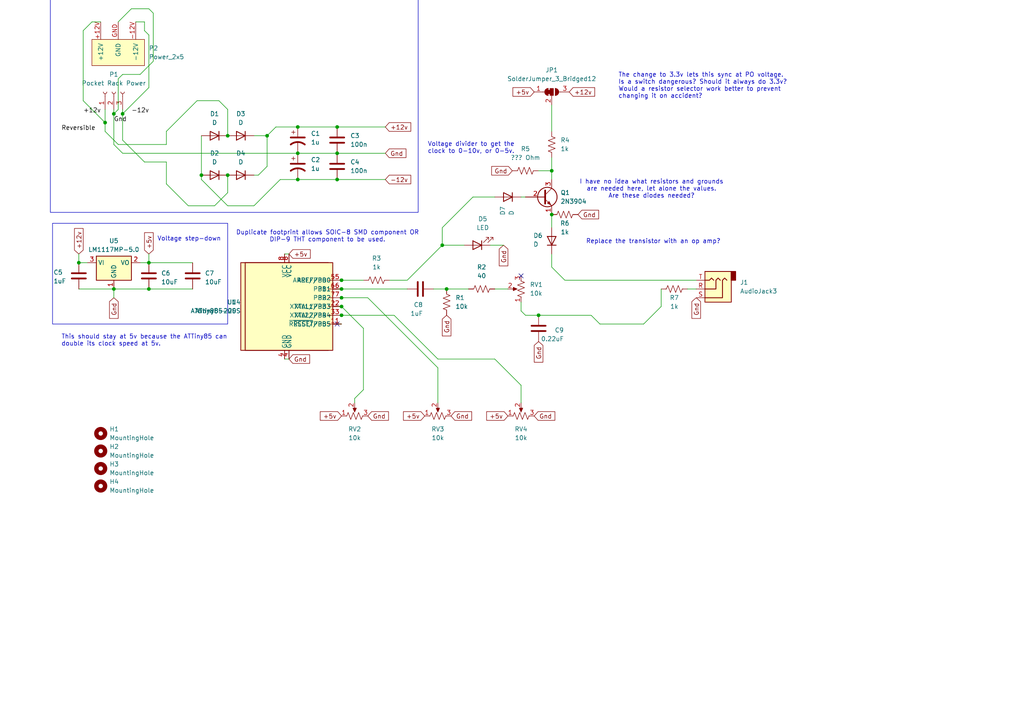
<source format=kicad_sch>
(kicad_sch
	(version 20231120)
	(generator "eeschema")
	(generator_version "8.0")
	(uuid "9d2aa46a-0f4d-4848-8933-7bdea36b7252")
	(paper "A4")
	(lib_symbols
		(symbol "CATs_Eurorack_Synth:Power_2x5"
			(pin_names
				(offset 1.016)
			)
			(exclude_from_sim no)
			(in_bom yes)
			(on_board yes)
			(property "Reference" "J"
				(at 0 10.16 0)
				(effects
					(font
						(size 1.27 1.27)
					)
				)
			)
			(property "Value" "Power_2x5"
				(at 0 8.89 0)
				(effects
					(font
						(size 1.27 1.27)
					)
				)
			)
			(property "Footprint" "Eurorack Synth:Power_2x5_Vertical"
				(at 1.27 0 0)
				(effects
					(font
						(size 1.27 1.27)
					)
					(hide yes)
				)
			)
			(property "Datasheet" ""
				(at 1.27 0 0)
				(effects
					(font
						(size 1.27 1.27)
					)
					(hide yes)
				)
			)
			(property "Description" ""
				(at 0 0 0)
				(effects
					(font
						(size 1.27 1.27)
					)
					(hide yes)
				)
			)
			(symbol "Power_2x5_0_1"
				(rectangle
					(start 3.81 7.62)
					(end -3.81 -7.62)
					(stroke
						(width 0)
						(type solid)
					)
					(fill
						(type background)
					)
				)
			)
			(symbol "Power_2x5_1_1"
				(pin power_out line
					(at 8.89 5.08 180)
					(length 5.08)
					(name "+12V"
						(effects
							(font
								(size 1.27 1.27)
							)
						)
					)
					(number "+12V"
						(effects
							(font
								(size 1.27 1.27)
							)
						)
					)
				)
				(pin power_out line
					(at 8.89 -5.08 180)
					(length 5.08)
					(name "-12V"
						(effects
							(font
								(size 1.27 1.27)
							)
						)
					)
					(number "-12V"
						(effects
							(font
								(size 1.27 1.27)
							)
						)
					)
				)
				(pin power_out line
					(at 8.89 0 180)
					(length 5.08)
					(name "GND"
						(effects
							(font
								(size 1.27 1.27)
							)
						)
					)
					(number "GND"
						(effects
							(font
								(size 1.27 1.27)
							)
						)
					)
				)
			)
		)
		(symbol "Connector:Conn_01x03_Socket"
			(pin_names
				(offset 1.016) hide)
			(exclude_from_sim no)
			(in_bom yes)
			(on_board yes)
			(property "Reference" "J"
				(at 0 5.08 0)
				(effects
					(font
						(size 1.27 1.27)
					)
				)
			)
			(property "Value" "Conn_01x03_Socket"
				(at 0 -5.08 0)
				(effects
					(font
						(size 1.27 1.27)
					)
				)
			)
			(property "Footprint" ""
				(at 0 0 0)
				(effects
					(font
						(size 1.27 1.27)
					)
					(hide yes)
				)
			)
			(property "Datasheet" "~"
				(at 0 0 0)
				(effects
					(font
						(size 1.27 1.27)
					)
					(hide yes)
				)
			)
			(property "Description" "Generic connector, single row, 01x03, script generated"
				(at 0 0 0)
				(effects
					(font
						(size 1.27 1.27)
					)
					(hide yes)
				)
			)
			(property "ki_locked" ""
				(at 0 0 0)
				(effects
					(font
						(size 1.27 1.27)
					)
				)
			)
			(property "ki_keywords" "connector"
				(at 0 0 0)
				(effects
					(font
						(size 1.27 1.27)
					)
					(hide yes)
				)
			)
			(property "ki_fp_filters" "Connector*:*_1x??_*"
				(at 0 0 0)
				(effects
					(font
						(size 1.27 1.27)
					)
					(hide yes)
				)
			)
			(symbol "Conn_01x03_Socket_1_1"
				(arc
					(start 0 -2.032)
					(mid -0.5058 -2.54)
					(end 0 -3.048)
					(stroke
						(width 0.1524)
						(type default)
					)
					(fill
						(type none)
					)
				)
				(polyline
					(pts
						(xy -1.27 -2.54) (xy -0.508 -2.54)
					)
					(stroke
						(width 0.1524)
						(type default)
					)
					(fill
						(type none)
					)
				)
				(polyline
					(pts
						(xy -1.27 0) (xy -0.508 0)
					)
					(stroke
						(width 0.1524)
						(type default)
					)
					(fill
						(type none)
					)
				)
				(polyline
					(pts
						(xy -1.27 2.54) (xy -0.508 2.54)
					)
					(stroke
						(width 0.1524)
						(type default)
					)
					(fill
						(type none)
					)
				)
				(arc
					(start 0 0.508)
					(mid -0.5058 0)
					(end 0 -0.508)
					(stroke
						(width 0.1524)
						(type default)
					)
					(fill
						(type none)
					)
				)
				(arc
					(start 0 3.048)
					(mid -0.5058 2.54)
					(end 0 2.032)
					(stroke
						(width 0.1524)
						(type default)
					)
					(fill
						(type none)
					)
				)
				(pin passive line
					(at -5.08 2.54 0)
					(length 3.81)
					(name "Pin_1"
						(effects
							(font
								(size 1.27 1.27)
							)
						)
					)
					(number "1"
						(effects
							(font
								(size 1.27 1.27)
							)
						)
					)
				)
				(pin passive line
					(at -5.08 0 0)
					(length 3.81)
					(name "Pin_2"
						(effects
							(font
								(size 1.27 1.27)
							)
						)
					)
					(number "2"
						(effects
							(font
								(size 1.27 1.27)
							)
						)
					)
				)
				(pin passive line
					(at -5.08 -2.54 0)
					(length 3.81)
					(name "Pin_3"
						(effects
							(font
								(size 1.27 1.27)
							)
						)
					)
					(number "3"
						(effects
							(font
								(size 1.27 1.27)
							)
						)
					)
				)
			)
		)
		(symbol "Connector_Audio:AudioJack3"
			(exclude_from_sim no)
			(in_bom yes)
			(on_board yes)
			(property "Reference" "J"
				(at 0 8.89 0)
				(effects
					(font
						(size 1.27 1.27)
					)
				)
			)
			(property "Value" "AudioJack3"
				(at 0 6.35 0)
				(effects
					(font
						(size 1.27 1.27)
					)
				)
			)
			(property "Footprint" ""
				(at 0 0 0)
				(effects
					(font
						(size 1.27 1.27)
					)
					(hide yes)
				)
			)
			(property "Datasheet" "~"
				(at 0 0 0)
				(effects
					(font
						(size 1.27 1.27)
					)
					(hide yes)
				)
			)
			(property "Description" "Audio Jack, 3 Poles (Stereo / TRS)"
				(at 0 0 0)
				(effects
					(font
						(size 1.27 1.27)
					)
					(hide yes)
				)
			)
			(property "ki_keywords" "audio jack receptacle stereo headphones phones TRS connector"
				(at 0 0 0)
				(effects
					(font
						(size 1.27 1.27)
					)
					(hide yes)
				)
			)
			(property "ki_fp_filters" "Jack*"
				(at 0 0 0)
				(effects
					(font
						(size 1.27 1.27)
					)
					(hide yes)
				)
			)
			(symbol "AudioJack3_0_1"
				(rectangle
					(start -5.08 -5.08)
					(end -6.35 -2.54)
					(stroke
						(width 0.254)
						(type default)
					)
					(fill
						(type outline)
					)
				)
				(polyline
					(pts
						(xy 0 -2.54) (xy 0.635 -3.175) (xy 1.27 -2.54) (xy 2.54 -2.54)
					)
					(stroke
						(width 0.254)
						(type default)
					)
					(fill
						(type none)
					)
				)
				(polyline
					(pts
						(xy -1.905 -2.54) (xy -1.27 -3.175) (xy -0.635 -2.54) (xy -0.635 0) (xy 2.54 0)
					)
					(stroke
						(width 0.254)
						(type default)
					)
					(fill
						(type none)
					)
				)
				(polyline
					(pts
						(xy 2.54 2.54) (xy -2.54 2.54) (xy -2.54 -2.54) (xy -3.175 -3.175) (xy -3.81 -2.54)
					)
					(stroke
						(width 0.254)
						(type default)
					)
					(fill
						(type none)
					)
				)
				(rectangle
					(start 2.54 3.81)
					(end -5.08 -5.08)
					(stroke
						(width 0.254)
						(type default)
					)
					(fill
						(type background)
					)
				)
			)
			(symbol "AudioJack3_1_1"
				(pin passive line
					(at 5.08 0 180)
					(length 2.54)
					(name "~"
						(effects
							(font
								(size 1.27 1.27)
							)
						)
					)
					(number "R"
						(effects
							(font
								(size 1.27 1.27)
							)
						)
					)
				)
				(pin passive line
					(at 5.08 2.54 180)
					(length 2.54)
					(name "~"
						(effects
							(font
								(size 1.27 1.27)
							)
						)
					)
					(number "S"
						(effects
							(font
								(size 1.27 1.27)
							)
						)
					)
				)
				(pin passive line
					(at 5.08 -2.54 180)
					(length 2.54)
					(name "~"
						(effects
							(font
								(size 1.27 1.27)
							)
						)
					)
					(number "T"
						(effects
							(font
								(size 1.27 1.27)
							)
						)
					)
				)
			)
		)
		(symbol "Device:C"
			(pin_numbers hide)
			(pin_names
				(offset 0.254)
			)
			(exclude_from_sim no)
			(in_bom yes)
			(on_board yes)
			(property "Reference" "C"
				(at 0.635 2.54 0)
				(effects
					(font
						(size 1.27 1.27)
					)
					(justify left)
				)
			)
			(property "Value" "C"
				(at 0.635 -2.54 0)
				(effects
					(font
						(size 1.27 1.27)
					)
					(justify left)
				)
			)
			(property "Footprint" ""
				(at 0.9652 -3.81 0)
				(effects
					(font
						(size 1.27 1.27)
					)
					(hide yes)
				)
			)
			(property "Datasheet" "~"
				(at 0 0 0)
				(effects
					(font
						(size 1.27 1.27)
					)
					(hide yes)
				)
			)
			(property "Description" "Unpolarized capacitor"
				(at 0 0 0)
				(effects
					(font
						(size 1.27 1.27)
					)
					(hide yes)
				)
			)
			(property "ki_keywords" "cap capacitor"
				(at 0 0 0)
				(effects
					(font
						(size 1.27 1.27)
					)
					(hide yes)
				)
			)
			(property "ki_fp_filters" "C_*"
				(at 0 0 0)
				(effects
					(font
						(size 1.27 1.27)
					)
					(hide yes)
				)
			)
			(symbol "C_0_1"
				(polyline
					(pts
						(xy -2.032 -0.762) (xy 2.032 -0.762)
					)
					(stroke
						(width 0.508)
						(type default)
					)
					(fill
						(type none)
					)
				)
				(polyline
					(pts
						(xy -2.032 0.762) (xy 2.032 0.762)
					)
					(stroke
						(width 0.508)
						(type default)
					)
					(fill
						(type none)
					)
				)
			)
			(symbol "C_1_1"
				(pin passive line
					(at 0 3.81 270)
					(length 2.794)
					(name "~"
						(effects
							(font
								(size 1.27 1.27)
							)
						)
					)
					(number "1"
						(effects
							(font
								(size 1.27 1.27)
							)
						)
					)
				)
				(pin passive line
					(at 0 -3.81 90)
					(length 2.794)
					(name "~"
						(effects
							(font
								(size 1.27 1.27)
							)
						)
					)
					(number "2"
						(effects
							(font
								(size 1.27 1.27)
							)
						)
					)
				)
			)
		)
		(symbol "Device:C_Polarized_US"
			(pin_numbers hide)
			(pin_names
				(offset 0.254) hide)
			(exclude_from_sim no)
			(in_bom yes)
			(on_board yes)
			(property "Reference" "C"
				(at 0.635 2.54 0)
				(effects
					(font
						(size 1.27 1.27)
					)
					(justify left)
				)
			)
			(property "Value" "C_Polarized_US"
				(at 0.635 -2.54 0)
				(effects
					(font
						(size 1.27 1.27)
					)
					(justify left)
				)
			)
			(property "Footprint" ""
				(at 0 0 0)
				(effects
					(font
						(size 1.27 1.27)
					)
					(hide yes)
				)
			)
			(property "Datasheet" "~"
				(at 0 0 0)
				(effects
					(font
						(size 1.27 1.27)
					)
					(hide yes)
				)
			)
			(property "Description" "Polarized capacitor, US symbol"
				(at 0 0 0)
				(effects
					(font
						(size 1.27 1.27)
					)
					(hide yes)
				)
			)
			(property "ki_keywords" "cap capacitor"
				(at 0 0 0)
				(effects
					(font
						(size 1.27 1.27)
					)
					(hide yes)
				)
			)
			(property "ki_fp_filters" "CP_*"
				(at 0 0 0)
				(effects
					(font
						(size 1.27 1.27)
					)
					(hide yes)
				)
			)
			(symbol "C_Polarized_US_0_1"
				(polyline
					(pts
						(xy -2.032 0.762) (xy 2.032 0.762)
					)
					(stroke
						(width 0.508)
						(type default)
					)
					(fill
						(type none)
					)
				)
				(polyline
					(pts
						(xy -1.778 2.286) (xy -0.762 2.286)
					)
					(stroke
						(width 0)
						(type default)
					)
					(fill
						(type none)
					)
				)
				(polyline
					(pts
						(xy -1.27 1.778) (xy -1.27 2.794)
					)
					(stroke
						(width 0)
						(type default)
					)
					(fill
						(type none)
					)
				)
				(arc
					(start 2.032 -1.27)
					(mid 0 -0.5572)
					(end -2.032 -1.27)
					(stroke
						(width 0.508)
						(type default)
					)
					(fill
						(type none)
					)
				)
			)
			(symbol "C_Polarized_US_1_1"
				(pin passive line
					(at 0 3.81 270)
					(length 2.794)
					(name "~"
						(effects
							(font
								(size 1.27 1.27)
							)
						)
					)
					(number "1"
						(effects
							(font
								(size 1.27 1.27)
							)
						)
					)
				)
				(pin passive line
					(at 0 -3.81 90)
					(length 3.302)
					(name "~"
						(effects
							(font
								(size 1.27 1.27)
							)
						)
					)
					(number "2"
						(effects
							(font
								(size 1.27 1.27)
							)
						)
					)
				)
			)
		)
		(symbol "Device:D"
			(pin_numbers hide)
			(pin_names
				(offset 1.016) hide)
			(exclude_from_sim no)
			(in_bom yes)
			(on_board yes)
			(property "Reference" "D"
				(at 0 2.54 0)
				(effects
					(font
						(size 1.27 1.27)
					)
				)
			)
			(property "Value" "D"
				(at 0 -2.54 0)
				(effects
					(font
						(size 1.27 1.27)
					)
				)
			)
			(property "Footprint" ""
				(at 0 0 0)
				(effects
					(font
						(size 1.27 1.27)
					)
					(hide yes)
				)
			)
			(property "Datasheet" "~"
				(at 0 0 0)
				(effects
					(font
						(size 1.27 1.27)
					)
					(hide yes)
				)
			)
			(property "Description" "Diode"
				(at 0 0 0)
				(effects
					(font
						(size 1.27 1.27)
					)
					(hide yes)
				)
			)
			(property "Sim.Device" "D"
				(at 0 0 0)
				(effects
					(font
						(size 1.27 1.27)
					)
					(hide yes)
				)
			)
			(property "Sim.Pins" "1=K 2=A"
				(at 0 0 0)
				(effects
					(font
						(size 1.27 1.27)
					)
					(hide yes)
				)
			)
			(property "ki_keywords" "diode"
				(at 0 0 0)
				(effects
					(font
						(size 1.27 1.27)
					)
					(hide yes)
				)
			)
			(property "ki_fp_filters" "TO-???* *_Diode_* *SingleDiode* D_*"
				(at 0 0 0)
				(effects
					(font
						(size 1.27 1.27)
					)
					(hide yes)
				)
			)
			(symbol "D_0_1"
				(polyline
					(pts
						(xy -1.27 1.27) (xy -1.27 -1.27)
					)
					(stroke
						(width 0.254)
						(type default)
					)
					(fill
						(type none)
					)
				)
				(polyline
					(pts
						(xy 1.27 0) (xy -1.27 0)
					)
					(stroke
						(width 0)
						(type default)
					)
					(fill
						(type none)
					)
				)
				(polyline
					(pts
						(xy 1.27 1.27) (xy 1.27 -1.27) (xy -1.27 0) (xy 1.27 1.27)
					)
					(stroke
						(width 0.254)
						(type default)
					)
					(fill
						(type none)
					)
				)
			)
			(symbol "D_1_1"
				(pin passive line
					(at -3.81 0 0)
					(length 2.54)
					(name "K"
						(effects
							(font
								(size 1.27 1.27)
							)
						)
					)
					(number "1"
						(effects
							(font
								(size 1.27 1.27)
							)
						)
					)
				)
				(pin passive line
					(at 3.81 0 180)
					(length 2.54)
					(name "A"
						(effects
							(font
								(size 1.27 1.27)
							)
						)
					)
					(number "2"
						(effects
							(font
								(size 1.27 1.27)
							)
						)
					)
				)
			)
		)
		(symbol "Device:LED"
			(pin_numbers hide)
			(pin_names
				(offset 1.016) hide)
			(exclude_from_sim no)
			(in_bom yes)
			(on_board yes)
			(property "Reference" "D"
				(at 0 2.54 0)
				(effects
					(font
						(size 1.27 1.27)
					)
				)
			)
			(property "Value" "LED"
				(at 0 -2.54 0)
				(effects
					(font
						(size 1.27 1.27)
					)
				)
			)
			(property "Footprint" ""
				(at 0 0 0)
				(effects
					(font
						(size 1.27 1.27)
					)
					(hide yes)
				)
			)
			(property "Datasheet" "~"
				(at 0 0 0)
				(effects
					(font
						(size 1.27 1.27)
					)
					(hide yes)
				)
			)
			(property "Description" "Light emitting diode"
				(at 0 0 0)
				(effects
					(font
						(size 1.27 1.27)
					)
					(hide yes)
				)
			)
			(property "ki_keywords" "LED diode"
				(at 0 0 0)
				(effects
					(font
						(size 1.27 1.27)
					)
					(hide yes)
				)
			)
			(property "ki_fp_filters" "LED* LED_SMD:* LED_THT:*"
				(at 0 0 0)
				(effects
					(font
						(size 1.27 1.27)
					)
					(hide yes)
				)
			)
			(symbol "LED_0_1"
				(polyline
					(pts
						(xy -1.27 -1.27) (xy -1.27 1.27)
					)
					(stroke
						(width 0.254)
						(type default)
					)
					(fill
						(type none)
					)
				)
				(polyline
					(pts
						(xy -1.27 0) (xy 1.27 0)
					)
					(stroke
						(width 0)
						(type default)
					)
					(fill
						(type none)
					)
				)
				(polyline
					(pts
						(xy 1.27 -1.27) (xy 1.27 1.27) (xy -1.27 0) (xy 1.27 -1.27)
					)
					(stroke
						(width 0.254)
						(type default)
					)
					(fill
						(type none)
					)
				)
				(polyline
					(pts
						(xy -3.048 -0.762) (xy -4.572 -2.286) (xy -3.81 -2.286) (xy -4.572 -2.286) (xy -4.572 -1.524)
					)
					(stroke
						(width 0)
						(type default)
					)
					(fill
						(type none)
					)
				)
				(polyline
					(pts
						(xy -1.778 -0.762) (xy -3.302 -2.286) (xy -2.54 -2.286) (xy -3.302 -2.286) (xy -3.302 -1.524)
					)
					(stroke
						(width 0)
						(type default)
					)
					(fill
						(type none)
					)
				)
			)
			(symbol "LED_1_1"
				(pin passive line
					(at -3.81 0 0)
					(length 2.54)
					(name "K"
						(effects
							(font
								(size 1.27 1.27)
							)
						)
					)
					(number "1"
						(effects
							(font
								(size 1.27 1.27)
							)
						)
					)
				)
				(pin passive line
					(at 3.81 0 180)
					(length 2.54)
					(name "A"
						(effects
							(font
								(size 1.27 1.27)
							)
						)
					)
					(number "2"
						(effects
							(font
								(size 1.27 1.27)
							)
						)
					)
				)
			)
		)
		(symbol "Device:R_Potentiometer_US"
			(pin_names
				(offset 1.016) hide)
			(exclude_from_sim no)
			(in_bom yes)
			(on_board yes)
			(property "Reference" "RV"
				(at -4.445 0 90)
				(effects
					(font
						(size 1.27 1.27)
					)
				)
			)
			(property "Value" "R_Potentiometer_US"
				(at -2.54 0 90)
				(effects
					(font
						(size 1.27 1.27)
					)
				)
			)
			(property "Footprint" ""
				(at 0 0 0)
				(effects
					(font
						(size 1.27 1.27)
					)
					(hide yes)
				)
			)
			(property "Datasheet" "~"
				(at 0 0 0)
				(effects
					(font
						(size 1.27 1.27)
					)
					(hide yes)
				)
			)
			(property "Description" "Potentiometer, US symbol"
				(at 0 0 0)
				(effects
					(font
						(size 1.27 1.27)
					)
					(hide yes)
				)
			)
			(property "ki_keywords" "resistor variable"
				(at 0 0 0)
				(effects
					(font
						(size 1.27 1.27)
					)
					(hide yes)
				)
			)
			(property "ki_fp_filters" "Potentiometer*"
				(at 0 0 0)
				(effects
					(font
						(size 1.27 1.27)
					)
					(hide yes)
				)
			)
			(symbol "R_Potentiometer_US_0_1"
				(polyline
					(pts
						(xy 0 -2.286) (xy 0 -2.54)
					)
					(stroke
						(width 0)
						(type default)
					)
					(fill
						(type none)
					)
				)
				(polyline
					(pts
						(xy 0 2.54) (xy 0 2.286)
					)
					(stroke
						(width 0)
						(type default)
					)
					(fill
						(type none)
					)
				)
				(polyline
					(pts
						(xy 2.54 0) (xy 1.524 0)
					)
					(stroke
						(width 0)
						(type default)
					)
					(fill
						(type none)
					)
				)
				(polyline
					(pts
						(xy 1.143 0) (xy 2.286 0.508) (xy 2.286 -0.508) (xy 1.143 0)
					)
					(stroke
						(width 0)
						(type default)
					)
					(fill
						(type outline)
					)
				)
				(polyline
					(pts
						(xy 0 -0.762) (xy 1.016 -1.143) (xy 0 -1.524) (xy -1.016 -1.905) (xy 0 -2.286)
					)
					(stroke
						(width 0)
						(type default)
					)
					(fill
						(type none)
					)
				)
				(polyline
					(pts
						(xy 0 0.762) (xy 1.016 0.381) (xy 0 0) (xy -1.016 -0.381) (xy 0 -0.762)
					)
					(stroke
						(width 0)
						(type default)
					)
					(fill
						(type none)
					)
				)
				(polyline
					(pts
						(xy 0 2.286) (xy 1.016 1.905) (xy 0 1.524) (xy -1.016 1.143) (xy 0 0.762)
					)
					(stroke
						(width 0)
						(type default)
					)
					(fill
						(type none)
					)
				)
			)
			(symbol "R_Potentiometer_US_1_1"
				(pin passive line
					(at 0 3.81 270)
					(length 1.27)
					(name "1"
						(effects
							(font
								(size 1.27 1.27)
							)
						)
					)
					(number "1"
						(effects
							(font
								(size 1.27 1.27)
							)
						)
					)
				)
				(pin passive line
					(at 3.81 0 180)
					(length 1.27)
					(name "2"
						(effects
							(font
								(size 1.27 1.27)
							)
						)
					)
					(number "2"
						(effects
							(font
								(size 1.27 1.27)
							)
						)
					)
				)
				(pin passive line
					(at 0 -3.81 90)
					(length 1.27)
					(name "3"
						(effects
							(font
								(size 1.27 1.27)
							)
						)
					)
					(number "3"
						(effects
							(font
								(size 1.27 1.27)
							)
						)
					)
				)
			)
		)
		(symbol "Device:R_US"
			(pin_numbers hide)
			(pin_names
				(offset 0)
			)
			(exclude_from_sim no)
			(in_bom yes)
			(on_board yes)
			(property "Reference" "R"
				(at 2.54 0 90)
				(effects
					(font
						(size 1.27 1.27)
					)
				)
			)
			(property "Value" "R_US"
				(at -2.54 0 90)
				(effects
					(font
						(size 1.27 1.27)
					)
				)
			)
			(property "Footprint" ""
				(at 1.016 -0.254 90)
				(effects
					(font
						(size 1.27 1.27)
					)
					(hide yes)
				)
			)
			(property "Datasheet" "~"
				(at 0 0 0)
				(effects
					(font
						(size 1.27 1.27)
					)
					(hide yes)
				)
			)
			(property "Description" "Resistor, US symbol"
				(at 0 0 0)
				(effects
					(font
						(size 1.27 1.27)
					)
					(hide yes)
				)
			)
			(property "ki_keywords" "R res resistor"
				(at 0 0 0)
				(effects
					(font
						(size 1.27 1.27)
					)
					(hide yes)
				)
			)
			(property "ki_fp_filters" "R_*"
				(at 0 0 0)
				(effects
					(font
						(size 1.27 1.27)
					)
					(hide yes)
				)
			)
			(symbol "R_US_0_1"
				(polyline
					(pts
						(xy 0 -2.286) (xy 0 -2.54)
					)
					(stroke
						(width 0)
						(type default)
					)
					(fill
						(type none)
					)
				)
				(polyline
					(pts
						(xy 0 2.286) (xy 0 2.54)
					)
					(stroke
						(width 0)
						(type default)
					)
					(fill
						(type none)
					)
				)
				(polyline
					(pts
						(xy 0 -0.762) (xy 1.016 -1.143) (xy 0 -1.524) (xy -1.016 -1.905) (xy 0 -2.286)
					)
					(stroke
						(width 0)
						(type default)
					)
					(fill
						(type none)
					)
				)
				(polyline
					(pts
						(xy 0 0.762) (xy 1.016 0.381) (xy 0 0) (xy -1.016 -0.381) (xy 0 -0.762)
					)
					(stroke
						(width 0)
						(type default)
					)
					(fill
						(type none)
					)
				)
				(polyline
					(pts
						(xy 0 2.286) (xy 1.016 1.905) (xy 0 1.524) (xy -1.016 1.143) (xy 0 0.762)
					)
					(stroke
						(width 0)
						(type default)
					)
					(fill
						(type none)
					)
				)
			)
			(symbol "R_US_1_1"
				(pin passive line
					(at 0 3.81 270)
					(length 1.27)
					(name "~"
						(effects
							(font
								(size 1.27 1.27)
							)
						)
					)
					(number "1"
						(effects
							(font
								(size 1.27 1.27)
							)
						)
					)
				)
				(pin passive line
					(at 0 -3.81 90)
					(length 1.27)
					(name "~"
						(effects
							(font
								(size 1.27 1.27)
							)
						)
					)
					(number "2"
						(effects
							(font
								(size 1.27 1.27)
							)
						)
					)
				)
			)
		)
		(symbol "Jumper:SolderJumper_3_Bridged12"
			(pin_names
				(offset 0) hide)
			(exclude_from_sim yes)
			(in_bom no)
			(on_board yes)
			(property "Reference" "JP"
				(at -2.54 -2.54 0)
				(effects
					(font
						(size 1.27 1.27)
					)
				)
			)
			(property "Value" "SolderJumper_3_Bridged12"
				(at 0 2.794 0)
				(effects
					(font
						(size 1.27 1.27)
					)
				)
			)
			(property "Footprint" ""
				(at 0 0 0)
				(effects
					(font
						(size 1.27 1.27)
					)
					(hide yes)
				)
			)
			(property "Datasheet" "~"
				(at 0 0 0)
				(effects
					(font
						(size 1.27 1.27)
					)
					(hide yes)
				)
			)
			(property "Description" "3-pole Solder Jumper, pins 1+2 closed/bridged"
				(at 0 0 0)
				(effects
					(font
						(size 1.27 1.27)
					)
					(hide yes)
				)
			)
			(property "ki_keywords" "Solder Jumper SPDT"
				(at 0 0 0)
				(effects
					(font
						(size 1.27 1.27)
					)
					(hide yes)
				)
			)
			(property "ki_fp_filters" "SolderJumper*Bridged12*"
				(at 0 0 0)
				(effects
					(font
						(size 1.27 1.27)
					)
					(hide yes)
				)
			)
			(symbol "SolderJumper_3_Bridged12_0_1"
				(rectangle
					(start -1.016 0.508)
					(end -0.508 -0.508)
					(stroke
						(width 0)
						(type default)
					)
					(fill
						(type outline)
					)
				)
				(arc
					(start -1.016 1.016)
					(mid -2.0276 0)
					(end -1.016 -1.016)
					(stroke
						(width 0)
						(type default)
					)
					(fill
						(type none)
					)
				)
				(arc
					(start -1.016 1.016)
					(mid -2.0276 0)
					(end -1.016 -1.016)
					(stroke
						(width 0)
						(type default)
					)
					(fill
						(type outline)
					)
				)
				(rectangle
					(start -0.508 1.016)
					(end 0.508 -1.016)
					(stroke
						(width 0)
						(type default)
					)
					(fill
						(type outline)
					)
				)
				(polyline
					(pts
						(xy -2.54 0) (xy -2.032 0)
					)
					(stroke
						(width 0)
						(type default)
					)
					(fill
						(type none)
					)
				)
				(polyline
					(pts
						(xy -1.016 1.016) (xy -1.016 -1.016)
					)
					(stroke
						(width 0)
						(type default)
					)
					(fill
						(type none)
					)
				)
				(polyline
					(pts
						(xy 0 -1.27) (xy 0 -1.016)
					)
					(stroke
						(width 0)
						(type default)
					)
					(fill
						(type none)
					)
				)
				(polyline
					(pts
						(xy 1.016 1.016) (xy 1.016 -1.016)
					)
					(stroke
						(width 0)
						(type default)
					)
					(fill
						(type none)
					)
				)
				(polyline
					(pts
						(xy 2.54 0) (xy 2.032 0)
					)
					(stroke
						(width 0)
						(type default)
					)
					(fill
						(type none)
					)
				)
				(arc
					(start 1.016 -1.016)
					(mid 2.0276 0)
					(end 1.016 1.016)
					(stroke
						(width 0)
						(type default)
					)
					(fill
						(type none)
					)
				)
				(arc
					(start 1.016 -1.016)
					(mid 2.0276 0)
					(end 1.016 1.016)
					(stroke
						(width 0)
						(type default)
					)
					(fill
						(type outline)
					)
				)
			)
			(symbol "SolderJumper_3_Bridged12_1_1"
				(pin passive line
					(at -5.08 0 0)
					(length 2.54)
					(name "A"
						(effects
							(font
								(size 1.27 1.27)
							)
						)
					)
					(number "1"
						(effects
							(font
								(size 1.27 1.27)
							)
						)
					)
				)
				(pin passive line
					(at 0 -3.81 90)
					(length 2.54)
					(name "C"
						(effects
							(font
								(size 1.27 1.27)
							)
						)
					)
					(number "2"
						(effects
							(font
								(size 1.27 1.27)
							)
						)
					)
				)
				(pin passive line
					(at 5.08 0 180)
					(length 2.54)
					(name "B"
						(effects
							(font
								(size 1.27 1.27)
							)
						)
					)
					(number "3"
						(effects
							(font
								(size 1.27 1.27)
							)
						)
					)
				)
			)
		)
		(symbol "MCU_Microchip_ATtiny:ATtiny85-20S"
			(exclude_from_sim no)
			(in_bom yes)
			(on_board yes)
			(property "Reference" "U"
				(at -12.7 13.97 0)
				(effects
					(font
						(size 1.27 1.27)
					)
					(justify left bottom)
				)
			)
			(property "Value" "ATtiny85-20S"
				(at 2.54 -13.97 0)
				(effects
					(font
						(size 1.27 1.27)
					)
					(justify left top)
				)
			)
			(property "Footprint" "Package_SO:SOIC-8W_5.3x5.3mm_P1.27mm"
				(at 0 0 0)
				(effects
					(font
						(size 1.27 1.27)
						(italic yes)
					)
					(hide yes)
				)
			)
			(property "Datasheet" "http://ww1.microchip.com/downloads/en/DeviceDoc/atmel-2586-avr-8-bit-microcontroller-attiny25-attiny45-attiny85_datasheet.pdf"
				(at 0 0 0)
				(effects
					(font
						(size 1.27 1.27)
					)
					(hide yes)
				)
			)
			(property "Description" "20MHz, 8kB Flash, 512B SRAM, 512B EEPROM, debugWIRE, SOIC-8W"
				(at 0 0 0)
				(effects
					(font
						(size 1.27 1.27)
					)
					(hide yes)
				)
			)
			(property "ki_keywords" "AVR 8bit Microcontroller tinyAVR"
				(at 0 0 0)
				(effects
					(font
						(size 1.27 1.27)
					)
					(hide yes)
				)
			)
			(property "ki_fp_filters" "SOIC*5.3x5.3mm*P1.27mm*"
				(at 0 0 0)
				(effects
					(font
						(size 1.27 1.27)
					)
					(hide yes)
				)
			)
			(symbol "ATtiny85-20S_0_1"
				(rectangle
					(start -12.7 -12.7)
					(end 12.7 12.7)
					(stroke
						(width 0.254)
						(type default)
					)
					(fill
						(type background)
					)
				)
			)
			(symbol "ATtiny85-20S_1_1"
				(pin bidirectional line
					(at 15.24 -5.08 180)
					(length 2.54)
					(name "~{RESET}/PB5"
						(effects
							(font
								(size 1.27 1.27)
							)
						)
					)
					(number "1"
						(effects
							(font
								(size 1.27 1.27)
							)
						)
					)
				)
				(pin bidirectional line
					(at 15.24 0 180)
					(length 2.54)
					(name "XTAL1/PB3"
						(effects
							(font
								(size 1.27 1.27)
							)
						)
					)
					(number "2"
						(effects
							(font
								(size 1.27 1.27)
							)
						)
					)
				)
				(pin bidirectional line
					(at 15.24 -2.54 180)
					(length 2.54)
					(name "XTAL2/PB4"
						(effects
							(font
								(size 1.27 1.27)
							)
						)
					)
					(number "3"
						(effects
							(font
								(size 1.27 1.27)
							)
						)
					)
				)
				(pin power_in line
					(at 0 -15.24 90)
					(length 2.54)
					(name "GND"
						(effects
							(font
								(size 1.27 1.27)
							)
						)
					)
					(number "4"
						(effects
							(font
								(size 1.27 1.27)
							)
						)
					)
				)
				(pin bidirectional line
					(at 15.24 7.62 180)
					(length 2.54)
					(name "AREF/PB0"
						(effects
							(font
								(size 1.27 1.27)
							)
						)
					)
					(number "5"
						(effects
							(font
								(size 1.27 1.27)
							)
						)
					)
				)
				(pin bidirectional line
					(at 15.24 5.08 180)
					(length 2.54)
					(name "PB1"
						(effects
							(font
								(size 1.27 1.27)
							)
						)
					)
					(number "6"
						(effects
							(font
								(size 1.27 1.27)
							)
						)
					)
				)
				(pin bidirectional line
					(at 15.24 2.54 180)
					(length 2.54)
					(name "PB2"
						(effects
							(font
								(size 1.27 1.27)
							)
						)
					)
					(number "7"
						(effects
							(font
								(size 1.27 1.27)
							)
						)
					)
				)
				(pin power_in line
					(at 0 15.24 270)
					(length 2.54)
					(name "VCC"
						(effects
							(font
								(size 1.27 1.27)
							)
						)
					)
					(number "8"
						(effects
							(font
								(size 1.27 1.27)
							)
						)
					)
				)
			)
		)
		(symbol "Mechanical:MountingHole"
			(pin_names
				(offset 1.016)
			)
			(exclude_from_sim no)
			(in_bom yes)
			(on_board yes)
			(property "Reference" "H"
				(at 0 5.08 0)
				(effects
					(font
						(size 1.27 1.27)
					)
				)
			)
			(property "Value" "MountingHole"
				(at 0 3.175 0)
				(effects
					(font
						(size 1.27 1.27)
					)
				)
			)
			(property "Footprint" ""
				(at 0 0 0)
				(effects
					(font
						(size 1.27 1.27)
					)
					(hide yes)
				)
			)
			(property "Datasheet" "~"
				(at 0 0 0)
				(effects
					(font
						(size 1.27 1.27)
					)
					(hide yes)
				)
			)
			(property "Description" "Mounting Hole without connection"
				(at 0 0 0)
				(effects
					(font
						(size 1.27 1.27)
					)
					(hide yes)
				)
			)
			(property "ki_keywords" "mounting hole"
				(at 0 0 0)
				(effects
					(font
						(size 1.27 1.27)
					)
					(hide yes)
				)
			)
			(property "ki_fp_filters" "MountingHole*"
				(at 0 0 0)
				(effects
					(font
						(size 1.27 1.27)
					)
					(hide yes)
				)
			)
			(symbol "MountingHole_0_1"
				(circle
					(center 0 0)
					(radius 1.27)
					(stroke
						(width 1.27)
						(type default)
					)
					(fill
						(type none)
					)
				)
			)
		)
		(symbol "Regulator_Linear:LM1117MP-5.0"
			(exclude_from_sim no)
			(in_bom yes)
			(on_board yes)
			(property "Reference" "U"
				(at -3.81 3.175 0)
				(effects
					(font
						(size 1.27 1.27)
					)
				)
			)
			(property "Value" "LM1117MP-5.0"
				(at 0 3.175 0)
				(effects
					(font
						(size 1.27 1.27)
					)
					(justify left)
				)
			)
			(property "Footprint" "Package_TO_SOT_SMD:SOT-223-3_TabPin2"
				(at 0 0 0)
				(effects
					(font
						(size 1.27 1.27)
					)
					(hide yes)
				)
			)
			(property "Datasheet" "http://www.ti.com/lit/ds/symlink/lm1117.pdf"
				(at 0 0 0)
				(effects
					(font
						(size 1.27 1.27)
					)
					(hide yes)
				)
			)
			(property "Description" "800mA Low-Dropout Linear Regulator, 5.0V fixed output, SOT-223"
				(at 0 0 0)
				(effects
					(font
						(size 1.27 1.27)
					)
					(hide yes)
				)
			)
			(property "ki_keywords" "linear regulator ldo fixed positive"
				(at 0 0 0)
				(effects
					(font
						(size 1.27 1.27)
					)
					(hide yes)
				)
			)
			(property "ki_fp_filters" "SOT?223*"
				(at 0 0 0)
				(effects
					(font
						(size 1.27 1.27)
					)
					(hide yes)
				)
			)
			(symbol "LM1117MP-5.0_0_1"
				(rectangle
					(start -5.08 -5.08)
					(end 5.08 1.905)
					(stroke
						(width 0.254)
						(type default)
					)
					(fill
						(type background)
					)
				)
			)
			(symbol "LM1117MP-5.0_1_1"
				(pin power_in line
					(at 0 -7.62 90)
					(length 2.54)
					(name "GND"
						(effects
							(font
								(size 1.27 1.27)
							)
						)
					)
					(number "1"
						(effects
							(font
								(size 1.27 1.27)
							)
						)
					)
				)
				(pin power_out line
					(at 7.62 0 180)
					(length 2.54)
					(name "VO"
						(effects
							(font
								(size 1.27 1.27)
							)
						)
					)
					(number "2"
						(effects
							(font
								(size 1.27 1.27)
							)
						)
					)
				)
				(pin power_in line
					(at -7.62 0 0)
					(length 2.54)
					(name "VI"
						(effects
							(font
								(size 1.27 1.27)
							)
						)
					)
					(number "3"
						(effects
							(font
								(size 1.27 1.27)
							)
						)
					)
				)
			)
		)
		(symbol "Transistor_BJT:2N3904"
			(pin_names
				(offset 0) hide)
			(exclude_from_sim no)
			(in_bom yes)
			(on_board yes)
			(property "Reference" "Q"
				(at 5.08 1.905 0)
				(effects
					(font
						(size 1.27 1.27)
					)
					(justify left)
				)
			)
			(property "Value" "2N3904"
				(at 5.08 0 0)
				(effects
					(font
						(size 1.27 1.27)
					)
					(justify left)
				)
			)
			(property "Footprint" "Package_TO_SOT_THT:TO-92_Inline"
				(at 5.08 -1.905 0)
				(effects
					(font
						(size 1.27 1.27)
						(italic yes)
					)
					(justify left)
					(hide yes)
				)
			)
			(property "Datasheet" "https://www.onsemi.com/pub/Collateral/2N3903-D.PDF"
				(at 0 0 0)
				(effects
					(font
						(size 1.27 1.27)
					)
					(justify left)
					(hide yes)
				)
			)
			(property "Description" "0.2A Ic, 40V Vce, Small Signal NPN Transistor, TO-92"
				(at 0 0 0)
				(effects
					(font
						(size 1.27 1.27)
					)
					(hide yes)
				)
			)
			(property "ki_keywords" "NPN Transistor"
				(at 0 0 0)
				(effects
					(font
						(size 1.27 1.27)
					)
					(hide yes)
				)
			)
			(property "ki_fp_filters" "TO?92*"
				(at 0 0 0)
				(effects
					(font
						(size 1.27 1.27)
					)
					(hide yes)
				)
			)
			(symbol "2N3904_0_1"
				(polyline
					(pts
						(xy 0.635 0.635) (xy 2.54 2.54)
					)
					(stroke
						(width 0)
						(type default)
					)
					(fill
						(type none)
					)
				)
				(polyline
					(pts
						(xy 0.635 -0.635) (xy 2.54 -2.54) (xy 2.54 -2.54)
					)
					(stroke
						(width 0)
						(type default)
					)
					(fill
						(type none)
					)
				)
				(polyline
					(pts
						(xy 0.635 1.905) (xy 0.635 -1.905) (xy 0.635 -1.905)
					)
					(stroke
						(width 0.508)
						(type default)
					)
					(fill
						(type none)
					)
				)
				(polyline
					(pts
						(xy 1.27 -1.778) (xy 1.778 -1.27) (xy 2.286 -2.286) (xy 1.27 -1.778) (xy 1.27 -1.778)
					)
					(stroke
						(width 0)
						(type default)
					)
					(fill
						(type outline)
					)
				)
				(circle
					(center 1.27 0)
					(radius 2.8194)
					(stroke
						(width 0.254)
						(type default)
					)
					(fill
						(type none)
					)
				)
			)
			(symbol "2N3904_1_1"
				(pin passive line
					(at 2.54 -5.08 90)
					(length 2.54)
					(name "E"
						(effects
							(font
								(size 1.27 1.27)
							)
						)
					)
					(number "1"
						(effects
							(font
								(size 1.27 1.27)
							)
						)
					)
				)
				(pin passive line
					(at -5.08 0 0)
					(length 5.715)
					(name "B"
						(effects
							(font
								(size 1.27 1.27)
							)
						)
					)
					(number "2"
						(effects
							(font
								(size 1.27 1.27)
							)
						)
					)
				)
				(pin passive line
					(at 2.54 5.08 270)
					(length 2.54)
					(name "C"
						(effects
							(font
								(size 1.27 1.27)
							)
						)
					)
					(number "3"
						(effects
							(font
								(size 1.27 1.27)
							)
						)
					)
				)
			)
		)
	)
	(junction
		(at 156.21 91.44)
		(diameter 0)
		(color 0 0 0 0)
		(uuid "006d4b7d-ee19-4209-a226-d3f5e3b0711c")
	)
	(junction
		(at 35.56 33.02)
		(diameter 0)
		(color 0 0 0 0)
		(uuid "04ec05aa-40d3-4781-8327-f443300ea8fa")
	)
	(junction
		(at 22.86 76.2)
		(diameter 0)
		(color 0 0 0 0)
		(uuid "118bb9e1-1896-466d-a769-824fa356cba5")
	)
	(junction
		(at 99.06 81.28)
		(diameter 0)
		(color 0 0 0 0)
		(uuid "17538c9d-74dc-4152-94e3-e39a92abd974")
	)
	(junction
		(at 99.06 91.44)
		(diameter 0)
		(color 0 0 0 0)
		(uuid "18a57f2c-dd3c-4659-8cd6-e962939fedb2")
	)
	(junction
		(at 86.36 36.83)
		(diameter 0)
		(color 0 0 0 0)
		(uuid "3fbb1571-5abb-4e8f-9f9c-83ab07bdcd5b")
	)
	(junction
		(at 33.02 33.02)
		(diameter 0)
		(color 0 0 0 0)
		(uuid "41e1b6ab-f313-4125-941d-2a144ebc5c72")
	)
	(junction
		(at 99.06 83.82)
		(diameter 0)
		(color 0 0 0 0)
		(uuid "44a2710d-d4d9-4134-93ff-fe6dfb3298c7")
	)
	(junction
		(at 77.47 39.37)
		(diameter 0)
		(color 0 0 0 0)
		(uuid "4910e10e-63de-4465-b263-55db43fcdc92")
	)
	(junction
		(at 33.02 83.82)
		(diameter 0)
		(color 0 0 0 0)
		(uuid "4f9adff6-25f7-4561-adc4-b0251a7e59db")
	)
	(junction
		(at 128.27 71.12)
		(diameter 0)
		(color 0 0 0 0)
		(uuid "55f138bc-0c0c-4536-a2db-829ffc1e9a2c")
	)
	(junction
		(at 86.36 52.07)
		(diameter 0)
		(color 0 0 0 0)
		(uuid "5ca6d805-44e4-4858-a701-6b3bd47ccb97")
	)
	(junction
		(at 30.48 35.56)
		(diameter 0)
		(color 0 0 0 0)
		(uuid "61f06dc1-05a7-481a-bb7e-dfd49efb5633")
	)
	(junction
		(at 58.42 50.8)
		(diameter 0)
		(color 0 0 0 0)
		(uuid "65186831-807b-4d9a-b0a4-540c0c4425b9")
	)
	(junction
		(at 99.06 88.9)
		(diameter 0)
		(color 0 0 0 0)
		(uuid "66d46745-f1ba-4358-9b2c-176c007d37fc")
	)
	(junction
		(at 97.79 36.83)
		(diameter 0)
		(color 0 0 0 0)
		(uuid "7db03ed8-d447-4381-8426-203141dc2ccb")
	)
	(junction
		(at 97.79 52.07)
		(diameter 0)
		(color 0 0 0 0)
		(uuid "7f93a660-0a93-45fa-b349-17b246be80ef")
	)
	(junction
		(at 66.04 39.37)
		(diameter 0)
		(color 0 0 0 0)
		(uuid "966e255f-31ba-4850-9c5a-867a17579704")
	)
	(junction
		(at 97.79 44.45)
		(diameter 0)
		(color 0 0 0 0)
		(uuid "b0d21186-1b40-4f5f-b7aa-661b9b746688")
	)
	(junction
		(at 43.18 83.82)
		(diameter 0)
		(color 0 0 0 0)
		(uuid "c2cd976e-e62f-437e-a3ae-5bb95275d87d")
	)
	(junction
		(at 99.06 86.36)
		(diameter 0)
		(color 0 0 0 0)
		(uuid "ccd8e7ce-e85e-4ff6-b3fd-338c2a82ddef")
	)
	(junction
		(at 86.36 44.45)
		(diameter 0)
		(color 0 0 0 0)
		(uuid "d6607bfa-1ae9-4707-9566-b1799df89a87")
	)
	(junction
		(at 160.02 62.23)
		(diameter 0)
		(color 0 0 0 0)
		(uuid "d9c3440d-1a6e-4953-a636-ddc672a372ae")
	)
	(junction
		(at 66.04 50.8)
		(diameter 0)
		(color 0 0 0 0)
		(uuid "e582a859-2c6d-426c-8837-82803b90e246")
	)
	(junction
		(at 129.54 83.82)
		(diameter 0)
		(color 0 0 0 0)
		(uuid "ef125413-f49d-48ce-afbe-682575518fe1")
	)
	(junction
		(at 160.02 49.53)
		(diameter 0)
		(color 0 0 0 0)
		(uuid "f1eb97e6-ece8-4c0d-99e9-5c7b25673ff9")
	)
	(junction
		(at 43.18 76.2)
		(diameter 0)
		(color 0 0 0 0)
		(uuid "f89da883-5cfb-4ec6-b7ee-aa65e12f61b8")
	)
	(no_connect
		(at 97.79 93.98)
		(uuid "54ded5a6-b8e2-4518-85a2-d217c6ceff1b")
	)
	(no_connect
		(at 151.13 80.01)
		(uuid "6bc552b2-8418-45d4-b6f3-61a9cb9304f3")
	)
	(wire
		(pts
			(xy 41.91 46.99) (xy 48.26 46.99)
		)
		(stroke
			(width 0)
			(type default)
		)
		(uuid "00cf312b-6fa2-4401-91a5-03a27dc40ef9")
	)
	(wire
		(pts
			(xy 151.13 87.63) (xy 151.13 90.17)
		)
		(stroke
			(width 0)
			(type default)
		)
		(uuid "09e4bb9c-ad5c-4e70-b1eb-1540df1c9776")
	)
	(wire
		(pts
			(xy 48.26 38.1) (xy 57.15 29.21)
		)
		(stroke
			(width 0)
			(type default)
		)
		(uuid "0ed25609-d235-4d1e-b45d-2ba450c0cf4b")
	)
	(wire
		(pts
			(xy 160.02 30.48) (xy 160.02 38.1)
		)
		(stroke
			(width 0)
			(type default)
		)
		(uuid "0f82fa11-092b-4cbc-8824-48f9a1396d4c")
	)
	(wire
		(pts
			(xy 99.06 86.36) (xy 106.68 86.36)
		)
		(stroke
			(width 0)
			(type default)
		)
		(uuid "15adf13c-2b5f-4339-b7e1-8a9d21aaafac")
	)
	(wire
		(pts
			(xy 137.16 57.15) (xy 128.27 66.04)
		)
		(stroke
			(width 0)
			(type default)
		)
		(uuid "17a96069-9536-4b8a-a0c6-7a671e059ba6")
	)
	(wire
		(pts
			(xy 39.37 6.35) (xy 41.91 6.35)
		)
		(stroke
			(width 0)
			(type default)
		)
		(uuid "188eac0c-a8ac-4756-95fe-025428f28e0e")
	)
	(wire
		(pts
			(xy 22.86 83.82) (xy 33.02 83.82)
		)
		(stroke
			(width 0)
			(type default)
		)
		(uuid "1a4c19b5-2f09-48b8-8c98-725b2c5bbed6")
	)
	(wire
		(pts
			(xy 62.23 59.69) (xy 66.04 55.88)
		)
		(stroke
			(width 0)
			(type default)
		)
		(uuid "1ae72fb1-e133-4e90-ab52-e910cded4730")
	)
	(wire
		(pts
			(xy 33.02 31.75) (xy 33.02 33.02)
		)
		(stroke
			(width 0)
			(type default)
		)
		(uuid "1bf2afc3-e1d8-417d-a01f-a66631e911a1")
	)
	(wire
		(pts
			(xy 34.29 6.35) (xy 38.1 2.54)
		)
		(stroke
			(width 0)
			(type default)
		)
		(uuid "1c22fbb5-1aab-4230-bbce-7cf8ab8f4a54")
	)
	(wire
		(pts
			(xy 30.48 31.75) (xy 30.48 35.56)
		)
		(stroke
			(width 0)
			(type default)
		)
		(uuid "1ca2da9e-77b6-4a34-8517-1c6fd539d23a")
	)
	(wire
		(pts
			(xy 73.66 59.69) (xy 81.28 52.07)
		)
		(stroke
			(width 0)
			(type default)
		)
		(uuid "1e42c244-cc53-41d3-9769-e82d42b80ba5")
	)
	(wire
		(pts
			(xy 77.47 39.37) (xy 77.47 48.26)
		)
		(stroke
			(width 0)
			(type default)
		)
		(uuid "1f20efdb-88cc-4b38-8260-19298dcca728")
	)
	(wire
		(pts
			(xy 143.51 104.14) (xy 127 104.14)
		)
		(stroke
			(width 0)
			(type default)
		)
		(uuid "1f69eee5-bca0-414c-bf78-848d789e3dd1")
	)
	(wire
		(pts
			(xy 34.29 41.91) (xy 48.26 41.91)
		)
		(stroke
			(width 0)
			(type default)
		)
		(uuid "1f6d7625-e8ea-41e1-9e75-aa2c7a44a884")
	)
	(wire
		(pts
			(xy 35.56 21.59) (xy 40.64 21.59)
		)
		(stroke
			(width 0)
			(type default)
		)
		(uuid "2110ac0c-30d4-44aa-94f1-fe074c7114f6")
	)
	(wire
		(pts
			(xy 111.76 36.83) (xy 97.79 36.83)
		)
		(stroke
			(width 0)
			(type default)
		)
		(uuid "215d1fca-0ccd-4d5b-880e-4c0835aa6880")
	)
	(wire
		(pts
			(xy 74.93 50.8) (xy 77.47 48.26)
		)
		(stroke
			(width 0)
			(type default)
		)
		(uuid "26f9ea88-58c7-44b4-a8da-7f77d0e72f01")
	)
	(wire
		(pts
			(xy 127 106.68) (xy 106.68 86.36)
		)
		(stroke
			(width 0)
			(type default)
		)
		(uuid "29da7ede-6d52-4231-b42e-418005f2705a")
	)
	(wire
		(pts
			(xy 97.79 88.9) (xy 99.06 88.9)
		)
		(stroke
			(width 0)
			(type default)
		)
		(uuid "2a5922d3-54b3-4426-a923-fe692836c29c")
	)
	(wire
		(pts
			(xy 58.42 52.07) (xy 66.04 59.69)
		)
		(stroke
			(width 0)
			(type default)
		)
		(uuid "3110b5de-82ad-4fa9-9fc8-fc677aaf7a74")
	)
	(wire
		(pts
			(xy 24.13 29.21) (xy 30.48 35.56)
		)
		(stroke
			(width 0)
			(type default)
		)
		(uuid "3256f9de-7c9a-47a4-9a00-d4df3ddbf783")
	)
	(wire
		(pts
			(xy 43.18 76.2) (xy 55.88 76.2)
		)
		(stroke
			(width 0)
			(type default)
		)
		(uuid "32d1cbac-ef56-4c64-988c-e34dec8295ba")
	)
	(wire
		(pts
			(xy 48.26 38.1) (xy 48.26 41.91)
		)
		(stroke
			(width 0)
			(type default)
		)
		(uuid "37190cec-861b-4e9a-8284-2fe99e7842a5")
	)
	(wire
		(pts
			(xy 105.41 95.25) (xy 105.41 113.03)
		)
		(stroke
			(width 0)
			(type default)
		)
		(uuid "3722b4aa-19f3-4985-827e-fbb65434884d")
	)
	(wire
		(pts
			(xy 30.48 38.1) (xy 34.29 41.91)
		)
		(stroke
			(width 0)
			(type default)
		)
		(uuid "39b5cb09-9506-4c0d-982d-3e9780f6c674")
	)
	(wire
		(pts
			(xy 186.69 93.98) (xy 173.99 93.98)
		)
		(stroke
			(width 0)
			(type default)
		)
		(uuid "3c67e234-1c34-4b82-af8b-9e6c90202edd")
	)
	(wire
		(pts
			(xy 151.13 116.84) (xy 151.13 111.76)
		)
		(stroke
			(width 0)
			(type default)
		)
		(uuid "3cc1bd06-ef18-4ce5-bbc1-4ebea0ff41f1")
	)
	(wire
		(pts
			(xy 128.27 71.12) (xy 134.62 71.12)
		)
		(stroke
			(width 0)
			(type default)
		)
		(uuid "419830bc-e034-4f6e-900a-2e24e0239772")
	)
	(wire
		(pts
			(xy 43.18 25.4) (xy 35.56 33.02)
		)
		(stroke
			(width 0)
			(type default)
		)
		(uuid "42be1ec7-ad61-4d5f-9ce0-bf578f7f8d74")
	)
	(wire
		(pts
			(xy 191.77 83.82) (xy 191.77 88.9)
		)
		(stroke
			(width 0)
			(type default)
		)
		(uuid "44942b19-f090-419f-9124-9eae5e15fc64")
	)
	(wire
		(pts
			(xy 143.51 57.15) (xy 137.16 57.15)
		)
		(stroke
			(width 0)
			(type default)
		)
		(uuid "45143ecc-5a22-45cf-856c-46803819271c")
	)
	(wire
		(pts
			(xy 43.18 73.66) (xy 43.18 76.2)
		)
		(stroke
			(width 0)
			(type default)
		)
		(uuid "47943e3a-8bca-451d-8672-be430fc667ad")
	)
	(wire
		(pts
			(xy 40.64 76.2) (xy 43.18 76.2)
		)
		(stroke
			(width 0)
			(type default)
		)
		(uuid "47944460-6fcb-49c5-8de7-cd8b901412a9")
	)
	(wire
		(pts
			(xy 142.24 71.12) (xy 146.05 71.12)
		)
		(stroke
			(width 0)
			(type default)
		)
		(uuid "489a0030-d410-4462-8c4c-9e6b79047ec7")
	)
	(wire
		(pts
			(xy 54.61 59.69) (xy 62.23 59.69)
		)
		(stroke
			(width 0)
			(type default)
		)
		(uuid "4d4d2841-6f7d-4f16-ba2e-31e7775fa62c")
	)
	(wire
		(pts
			(xy 127 104.14) (xy 114.3 91.44)
		)
		(stroke
			(width 0)
			(type default)
		)
		(uuid "4e4c3b9d-f21d-4789-9de0-a0ed3b49cfa8")
	)
	(wire
		(pts
			(xy 143.51 83.82) (xy 147.32 83.82)
		)
		(stroke
			(width 0)
			(type default)
		)
		(uuid "4f179569-3269-40f4-abc6-835a931e70da")
	)
	(wire
		(pts
			(xy 173.99 93.98) (xy 171.45 91.44)
		)
		(stroke
			(width 0)
			(type default)
		)
		(uuid "4f998e39-b77c-411b-98c2-cd7e00709c1d")
	)
	(wire
		(pts
			(xy 43.18 83.82) (xy 55.88 83.82)
		)
		(stroke
			(width 0)
			(type default)
		)
		(uuid "4ff4af18-2388-4467-b2db-7a22c8995dfe")
	)
	(wire
		(pts
			(xy 82.55 104.14) (xy 83.82 104.14)
		)
		(stroke
			(width 0)
			(type default)
		)
		(uuid "596078bc-84bd-4a5b-bdc0-252f06bd229c")
	)
	(wire
		(pts
			(xy 24.13 8.89) (xy 24.13 29.21)
		)
		(stroke
			(width 0)
			(type default)
		)
		(uuid "5d6b3a0f-bcd4-467f-b542-6b68bc702748")
	)
	(wire
		(pts
			(xy 160.02 77.47) (xy 163.83 81.28)
		)
		(stroke
			(width 0)
			(type default)
		)
		(uuid "5e865a15-1ced-4405-9a79-d8dd5fbca688")
	)
	(wire
		(pts
			(xy 66.04 31.75) (xy 63.5 29.21)
		)
		(stroke
			(width 0)
			(type default)
		)
		(uuid "5fffc471-cc2c-4768-a7a7-d7115c9c7e3e")
	)
	(wire
		(pts
			(xy 97.79 52.07) (xy 111.76 52.07)
		)
		(stroke
			(width 0)
			(type default)
		)
		(uuid "6614caf6-63a9-402e-9e90-8cf3842e1f29")
	)
	(wire
		(pts
			(xy 30.48 35.56) (xy 30.48 38.1)
		)
		(stroke
			(width 0)
			(type default)
		)
		(uuid "686109b0-fae8-4cc9-bf11-67be2bece2d0")
	)
	(wire
		(pts
			(xy 97.79 91.44) (xy 99.06 91.44)
		)
		(stroke
			(width 0)
			(type default)
		)
		(uuid "6bb895f2-b074-47e3-84d4-58a053381fed")
	)
	(wire
		(pts
			(xy 163.83 81.28) (xy 201.93 81.28)
		)
		(stroke
			(width 0)
			(type default)
		)
		(uuid "6f477e49-66d2-4dd0-a894-b7dfdeb576c7")
	)
	(wire
		(pts
			(xy 201.93 83.82) (xy 199.39 83.82)
		)
		(stroke
			(width 0)
			(type default)
		)
		(uuid "6fd1e42b-0103-4fed-99de-6da99a463be1")
	)
	(wire
		(pts
			(xy 35.56 21.59) (xy 34.29 22.86)
		)
		(stroke
			(width 0)
			(type default)
		)
		(uuid "70941541-6566-43fa-95ad-019b59892a74")
	)
	(wire
		(pts
			(xy 58.42 39.37) (xy 58.42 50.8)
		)
		(stroke
			(width 0)
			(type default)
		)
		(uuid "71165799-afa0-4028-a09f-7bedcaea6335")
	)
	(wire
		(pts
			(xy 151.13 111.76) (xy 143.51 104.14)
		)
		(stroke
			(width 0)
			(type default)
		)
		(uuid "72129176-2a33-48a8-a46a-3885c463d843")
	)
	(wire
		(pts
			(xy 63.5 29.21) (xy 57.15 29.21)
		)
		(stroke
			(width 0)
			(type default)
		)
		(uuid "7322a358-a3f9-429b-b831-fa5b94a8ac4e")
	)
	(wire
		(pts
			(xy 33.02 41.91) (xy 35.56 44.45)
		)
		(stroke
			(width 0)
			(type default)
		)
		(uuid "75e28831-8002-4dbc-9f86-97b717bcd2a9")
	)
	(wire
		(pts
			(xy 127 116.84) (xy 127 106.68)
		)
		(stroke
			(width 0)
			(type default)
		)
		(uuid "7e17dea6-724b-4f43-819e-6f1bc61ca7c7")
	)
	(wire
		(pts
			(xy 29.21 6.35) (xy 26.67 6.35)
		)
		(stroke
			(width 0)
			(type default)
		)
		(uuid "802eb299-710c-4a0d-b0e5-2abead8b80b3")
	)
	(wire
		(pts
			(xy 160.02 49.53) (xy 160.02 52.07)
		)
		(stroke
			(width 0)
			(type default)
		)
		(uuid "85ec2d4c-6d6f-46f0-9d3d-2b3ab7c0626f")
	)
	(wire
		(pts
			(xy 38.1 2.54) (xy 43.18 2.54)
		)
		(stroke
			(width 0)
			(type default)
		)
		(uuid "8874c56f-f9cf-41d0-ae93-937ef0d14163")
	)
	(wire
		(pts
			(xy 73.66 39.37) (xy 77.47 39.37)
		)
		(stroke
			(width 0)
			(type default)
		)
		(uuid "898d2172-3c05-474e-8faa-feb2a99ef60e")
	)
	(wire
		(pts
			(xy 113.03 81.28) (xy 118.11 81.28)
		)
		(stroke
			(width 0)
			(type default)
		)
		(uuid "8bd161c6-0187-4d6b-8f19-3808a0a04144")
	)
	(wire
		(pts
			(xy 35.56 44.45) (xy 86.36 44.45)
		)
		(stroke
			(width 0)
			(type default)
		)
		(uuid "8c736040-0b82-42e5-94fa-a8f8c2b97ddf")
	)
	(wire
		(pts
			(xy 86.36 44.45) (xy 97.79 44.45)
		)
		(stroke
			(width 0)
			(type default)
		)
		(uuid "93dd3087-577b-4bf5-b572-bc946775cdd7")
	)
	(wire
		(pts
			(xy 97.79 83.82) (xy 99.06 83.82)
		)
		(stroke
			(width 0)
			(type default)
		)
		(uuid "9523b78d-15b4-42fc-958c-aab106279925")
	)
	(wire
		(pts
			(xy 48.26 46.99) (xy 48.26 53.34)
		)
		(stroke
			(width 0)
			(type default)
		)
		(uuid "95371aa7-2fe9-45e1-9204-5ad4ef7e2bba")
	)
	(wire
		(pts
			(xy 22.86 76.2) (xy 25.4 76.2)
		)
		(stroke
			(width 0)
			(type default)
		)
		(uuid "9568ab7a-7307-4b80-8a88-489f184cb753")
	)
	(wire
		(pts
			(xy 33.02 33.02) (xy 33.02 41.91)
		)
		(stroke
			(width 0)
			(type default)
		)
		(uuid "95cadfdc-1edf-492e-b263-a9805116b0c3")
	)
	(wire
		(pts
			(xy 118.11 81.28) (xy 128.27 71.12)
		)
		(stroke
			(width 0)
			(type default)
		)
		(uuid "973ea949-45b4-4671-b3d9-faf8307b9932")
	)
	(wire
		(pts
			(xy 97.79 93.98) (xy 99.06 93.98)
		)
		(stroke
			(width 0)
			(type default)
		)
		(uuid "979baa38-dbc0-4bd4-ad03-593739de970e")
	)
	(wire
		(pts
			(xy 105.41 95.25) (xy 99.06 88.9)
		)
		(stroke
			(width 0)
			(type default)
		)
		(uuid "9bceec78-3006-4245-bb31-89173e00c828")
	)
	(wire
		(pts
			(xy 105.41 113.03) (xy 102.87 115.57)
		)
		(stroke
			(width 0)
			(type default)
		)
		(uuid "9d054c14-9afa-418d-961b-cd9a4f596db7")
	)
	(wire
		(pts
			(xy 152.4 91.44) (xy 156.21 91.44)
		)
		(stroke
			(width 0)
			(type default)
		)
		(uuid "a2a5a462-c428-4343-9494-db11572d962f")
	)
	(wire
		(pts
			(xy 26.67 6.35) (xy 24.13 8.89)
		)
		(stroke
			(width 0)
			(type default)
		)
		(uuid "a2f3d5c3-5ed4-4e1f-9609-504bd17cdd82")
	)
	(wire
		(pts
			(xy 35.56 40.64) (xy 41.91 46.99)
		)
		(stroke
			(width 0)
			(type default)
		)
		(uuid "a58c17f1-eeab-481b-a273-2a1fc6f49deb")
	)
	(wire
		(pts
			(xy 86.36 52.07) (xy 97.79 52.07)
		)
		(stroke
			(width 0)
			(type default)
		)
		(uuid "a6caefd6-a2d0-4e7b-b914-3485787ac48c")
	)
	(wire
		(pts
			(xy 44.45 17.78) (xy 40.64 21.59)
		)
		(stroke
			(width 0)
			(type default)
		)
		(uuid "a773a6a6-a043-4733-bf7d-54c676801e49")
	)
	(wire
		(pts
			(xy 160.02 62.23) (xy 160.02 66.04)
		)
		(stroke
			(width 0)
			(type default)
		)
		(uuid "a861636c-e862-4065-bc6a-7a897a7f9f5f")
	)
	(wire
		(pts
			(xy 33.02 83.82) (xy 43.18 83.82)
		)
		(stroke
			(width 0)
			(type default)
		)
		(uuid "a8d2257c-62d8-4c8c-814f-75420f771944")
	)
	(wire
		(pts
			(xy 33.02 86.36) (xy 33.02 83.82)
		)
		(stroke
			(width 0)
			(type default)
		)
		(uuid "ac8486e2-a982-4f0e-9d4f-0aec87c346a9")
	)
	(wire
		(pts
			(xy 66.04 59.69) (xy 73.66 59.69)
		)
		(stroke
			(width 0)
			(type default)
		)
		(uuid "ad5e9e2b-441c-4458-9f99-e0890de47d39")
	)
	(wire
		(pts
			(xy 86.36 36.83) (xy 80.01 36.83)
		)
		(stroke
			(width 0)
			(type default)
		)
		(uuid "b2068768-484a-4a7a-bba0-e20f200d3f17")
	)
	(wire
		(pts
			(xy 99.06 91.44) (xy 114.3 91.44)
		)
		(stroke
			(width 0)
			(type default)
		)
		(uuid "b44677a5-2af3-41ac-ba41-96b100fdb5b5")
	)
	(wire
		(pts
			(xy 80.01 36.83) (xy 77.47 39.37)
		)
		(stroke
			(width 0)
			(type default)
		)
		(uuid "b7715393-c909-4d2a-b383-44ac06705cc1")
	)
	(wire
		(pts
			(xy 34.29 31.75) (xy 33.02 33.02)
		)
		(stroke
			(width 0)
			(type default)
		)
		(uuid "b88ea771-3047-4f17-885f-c02a0d90f3e1")
	)
	(wire
		(pts
			(xy 156.21 91.44) (xy 171.45 91.44)
		)
		(stroke
			(width 0)
			(type default)
		)
		(uuid "bae4b371-7b68-4aa9-b257-8ece3d1237bf")
	)
	(wire
		(pts
			(xy 156.21 49.53) (xy 160.02 49.53)
		)
		(stroke
			(width 0)
			(type default)
		)
		(uuid "bb6894ed-f81f-4ce2-8139-2d278b105f3b")
	)
	(wire
		(pts
			(xy 97.79 81.28) (xy 99.06 81.28)
		)
		(stroke
			(width 0)
			(type default)
		)
		(uuid "bde32af9-23fb-4fb6-8d94-c30408f8492e")
	)
	(wire
		(pts
			(xy 99.06 83.82) (xy 118.11 83.82)
		)
		(stroke
			(width 0)
			(type default)
		)
		(uuid "c0f7213c-bb14-4946-9f40-bdb79372e80f")
	)
	(wire
		(pts
			(xy 99.06 81.28) (xy 105.41 81.28)
		)
		(stroke
			(width 0)
			(type default)
		)
		(uuid "c12137be-d3c8-425c-9f62-80f4ea768f70")
	)
	(wire
		(pts
			(xy 48.26 53.34) (xy 54.61 59.69)
		)
		(stroke
			(width 0)
			(type default)
		)
		(uuid "c19ee694-078e-4ff3-bf68-778313f3f7aa")
	)
	(wire
		(pts
			(xy 191.77 88.9) (xy 186.69 93.98)
		)
		(stroke
			(width 0)
			(type default)
		)
		(uuid "c49f8085-0514-4a93-82ab-8b5b2eb8f5bd")
	)
	(wire
		(pts
			(xy 102.87 116.84) (xy 102.87 115.57)
		)
		(stroke
			(width 0)
			(type default)
		)
		(uuid "c4cba418-3375-45a2-877a-261c8b85f91b")
	)
	(wire
		(pts
			(xy 129.54 83.82) (xy 135.89 83.82)
		)
		(stroke
			(width 0)
			(type default)
		)
		(uuid "c9083c43-7916-48d2-9de3-3d05d6cf6861")
	)
	(wire
		(pts
			(xy 73.66 50.8) (xy 74.93 50.8)
		)
		(stroke
			(width 0)
			(type default)
		)
		(uuid "c909b5f2-7a5f-45c2-9a1c-d273ea04f410")
	)
	(wire
		(pts
			(xy 44.45 3.81) (xy 44.45 17.78)
		)
		(stroke
			(width 0)
			(type default)
		)
		(uuid "c93477ec-d1d9-4787-86ab-efacaba68188")
	)
	(wire
		(pts
			(xy 151.13 90.17) (xy 152.4 91.44)
		)
		(stroke
			(width 0)
			(type default)
		)
		(uuid "cde4f061-ea5f-43d6-907c-d5238aa82ff7")
	)
	(wire
		(pts
			(xy 58.42 50.8) (xy 58.42 52.07)
		)
		(stroke
			(width 0)
			(type default)
		)
		(uuid "d957e7e9-fed4-4627-9271-2bb076a39ef6")
	)
	(wire
		(pts
			(xy 66.04 39.37) (xy 66.04 31.75)
		)
		(stroke
			(width 0)
			(type default)
		)
		(uuid "daa22274-6449-46ef-80d0-8ae5dd923623")
	)
	(wire
		(pts
			(xy 81.28 52.07) (xy 86.36 52.07)
		)
		(stroke
			(width 0)
			(type default)
		)
		(uuid "daad2217-1314-410d-bcb0-3e2af6d3ba7c")
	)
	(wire
		(pts
			(xy 41.91 6.35) (xy 41.91 8.89)
		)
		(stroke
			(width 0)
			(type default)
		)
		(uuid "e047de01-088b-4914-b956-62f7e5d2895a")
	)
	(wire
		(pts
			(xy 97.79 36.83) (xy 86.36 36.83)
		)
		(stroke
			(width 0)
			(type default)
		)
		(uuid "e753219f-46b0-48da-8b61-3f62f0e6d5f1")
	)
	(wire
		(pts
			(xy 128.27 66.04) (xy 128.27 71.12)
		)
		(stroke
			(width 0)
			(type default)
		)
		(uuid "e8875f67-7c1f-4d4d-abd9-b36fdad0eb2d")
	)
	(wire
		(pts
			(xy 22.86 73.66) (xy 22.86 76.2)
		)
		(stroke
			(width 0)
			(type default)
		)
		(uuid "e986d89a-d2ef-41cd-a041-312f9fc2bd8b")
	)
	(wire
		(pts
			(xy 160.02 45.72) (xy 160.02 49.53)
		)
		(stroke
			(width 0)
			(type default)
		)
		(uuid "ea1a6bf7-f6e9-4613-b9be-0e5ef30f54e1")
	)
	(wire
		(pts
			(xy 125.73 83.82) (xy 129.54 83.82)
		)
		(stroke
			(width 0)
			(type default)
		)
		(uuid "ec44ca3a-8c7a-4ff6-ad43-664fde12af63")
	)
	(wire
		(pts
			(xy 152.4 57.15) (xy 151.13 57.15)
		)
		(stroke
			(width 0)
			(type default)
		)
		(uuid "ecbe94cc-f04b-446c-9627-203f1e6fa778")
	)
	(wire
		(pts
			(xy 82.55 73.66) (xy 83.82 73.66)
		)
		(stroke
			(width 0)
			(type default)
		)
		(uuid "ee9cbfb7-bb82-46f2-b0a7-96078bfbb47d")
	)
	(wire
		(pts
			(xy 34.29 22.86) (xy 34.29 31.75)
		)
		(stroke
			(width 0)
			(type default)
		)
		(uuid "f0d5ec55-9b40-40a8-b0d4-2f9619459d0d")
	)
	(wire
		(pts
			(xy 35.56 33.02) (xy 35.56 40.64)
		)
		(stroke
			(width 0)
			(type default)
		)
		(uuid "f1e94df1-e9ab-46af-b419-4e4c84b9f7b7")
	)
	(wire
		(pts
			(xy 43.18 2.54) (xy 44.45 3.81)
		)
		(stroke
			(width 0)
			(type default)
		)
		(uuid "f44d73f0-0f33-49f1-b824-d8b53685c0d4")
	)
	(wire
		(pts
			(xy 66.04 50.8) (xy 66.04 55.88)
		)
		(stroke
			(width 0)
			(type default)
		)
		(uuid "f55a72e6-00d1-4d60-8758-68ce121a2eb5")
	)
	(wire
		(pts
			(xy 97.79 44.45) (xy 111.76 44.45)
		)
		(stroke
			(width 0)
			(type default)
		)
		(uuid "f85dc244-0f57-4d93-aaf4-a432043ebc35")
	)
	(wire
		(pts
			(xy 43.18 10.16) (xy 43.18 25.4)
		)
		(stroke
			(width 0)
			(type default)
		)
		(uuid "f9197f1f-3ad5-4639-bf3b-6de80eecc65b")
	)
	(wire
		(pts
			(xy 97.79 86.36) (xy 99.06 86.36)
		)
		(stroke
			(width 0)
			(type default)
		)
		(uuid "f9e035e7-2176-4393-b845-3c1348234252")
	)
	(wire
		(pts
			(xy 35.56 31.75) (xy 35.56 33.02)
		)
		(stroke
			(width 0)
			(type default)
		)
		(uuid "fa331ba4-bb1d-48a7-b32b-8e061a011e6d")
	)
	(wire
		(pts
			(xy 41.91 8.89) (xy 43.18 10.16)
		)
		(stroke
			(width 0)
			(type default)
		)
		(uuid "fab41cf4-16d3-49f6-92b1-79f391469fbe")
	)
	(wire
		(pts
			(xy 160.02 73.66) (xy 160.02 77.47)
		)
		(stroke
			(width 0)
			(type default)
		)
		(uuid "fba70f22-6cf4-4223-8a7b-13e4f85051af")
	)
	(rectangle
		(start 14.605 -2.54)
		(end 121.285 61.595)
		(stroke
			(width 0)
			(type default)
		)
		(fill
			(type none)
		)
		(uuid 51945b63-7c07-4ebf-a23b-46dead66bf78)
	)
	(rectangle
		(start 15.24 64.77)
		(end 66.04 93.98)
		(stroke
			(width 0)
			(type default)
		)
		(fill
			(type none)
		)
		(uuid e0d51b88-69e8-4053-9e67-6c68347dd8fe)
	)
	(text "Duplicate footprint allows SOIC-8 SMD component OR\nDIP-9 THT component to be used."
		(exclude_from_sim no)
		(at 94.996 68.58 0)
		(effects
			(font
				(size 1.27 1.27)
			)
		)
		(uuid "3ca85e08-0d5b-4cd9-b11c-30c71155f867")
	)
	(text "Replace the transistor with an op amp?"
		(exclude_from_sim no)
		(at 189.484 70.104 0)
		(effects
			(font
				(size 1.27 1.27)
			)
		)
		(uuid "54dfc77e-1c97-4948-9efa-364bdabc1056")
	)
	(text "Voltage step-down"
		(exclude_from_sim no)
		(at 54.864 69.342 0)
		(effects
			(font
				(size 1.27 1.27)
			)
		)
		(uuid "6e6611ef-bfb6-40ad-9e65-19ff8aac56f4")
	)
	(text "Voltage divider to get the\nclock to 0-10v, or 0-5v.\n"
		(exclude_from_sim no)
		(at 136.652 42.926 0)
		(effects
			(font
				(size 1.27 1.27)
			)
		)
		(uuid "9817bef8-97c4-43f7-8806-12eddb00f860")
	)
	(text "This should stay at 5v because the ATTiny85 can\ndouble its clock speed at 5v."
		(exclude_from_sim no)
		(at 17.78 97.028 0)
		(effects
			(font
				(size 1.27 1.27)
			)
			(justify left top)
		)
		(uuid "cbd53c9f-e2b1-4967-86a6-bd03129b7d6b")
	)
	(text "I have no idea what resistors and grounds\nare needed here, let alone the values.\nAre these diodes needed?"
		(exclude_from_sim no)
		(at 188.976 54.864 0)
		(effects
			(font
				(size 1.27 1.27)
			)
		)
		(uuid "cef21919-e60b-4b8d-ab91-6c264d98b543")
	)
	(text "The change to 3.3v lets this sync at PO voltage.\nIs a switch dangerous? Should it always do 3.3v?\nWould a resistor selector work better to prevent\nchanging it on accident?"
		(exclude_from_sim no)
		(at 179.324 21.082 0)
		(effects
			(font
				(size 1.27 1.27)
			)
			(justify left top)
		)
		(uuid "efb47399-e91d-4952-b8a2-732795d19a54")
	)
	(label "+12v"
		(at 24.13 33.02 0)
		(effects
			(font
				(size 1.27 1.27)
			)
			(justify left bottom)
		)
		(uuid "0a1546f0-da0c-4425-86af-1a022708cf27")
	)
	(label "-12v"
		(at 38.1 33.02 0)
		(effects
			(font
				(size 1.27 1.27)
			)
			(justify left bottom)
		)
		(uuid "1b9eef6e-7bc7-4114-a111-005e026c7f61")
	)
	(label "Reversible"
		(at 17.78 38.1 0)
		(effects
			(font
				(size 1.27 1.27)
			)
			(justify left bottom)
		)
		(uuid "846c51b3-139f-4d57-b9dd-8e5bd2e9aae3")
	)
	(label "Gnd"
		(at 33.02 35.56 0)
		(effects
			(font
				(size 1.27 1.27)
			)
			(justify left bottom)
		)
		(uuid "bcb5b35c-bb5f-4a09-a87f-ee681aeeb644")
	)
	(global_label "+5v"
		(shape input)
		(at 99.06 120.65 180)
		(fields_autoplaced yes)
		(effects
			(font
				(size 1.27 1.27)
			)
			(justify right)
		)
		(uuid "0dce6bd6-040a-473c-aee2-22c3c262b01f")
		(property "Intersheetrefs" "${INTERSHEET_REFS}"
			(at 92.3253 120.65 0)
			(effects
				(font
					(size 1.27 1.27)
				)
				(justify right)
				(hide yes)
			)
		)
	)
	(global_label "Gnd"
		(shape input)
		(at 146.05 71.12 270)
		(fields_autoplaced yes)
		(effects
			(font
				(size 1.27 1.27)
			)
			(justify right)
		)
		(uuid "1f9f8743-4ca2-4fc6-97d5-e8b2709a2aac")
		(property "Intersheetrefs" "${INTERSHEET_REFS}"
			(at 146.05 77.6732 90)
			(effects
				(font
					(size 1.27 1.27)
				)
				(justify right)
				(hide yes)
			)
		)
	)
	(global_label "Gnd"
		(shape input)
		(at 129.54 91.44 270)
		(fields_autoplaced yes)
		(effects
			(font
				(size 1.27 1.27)
			)
			(justify right)
		)
		(uuid "2b12f02a-8343-4c24-95fe-535e54f193f3")
		(property "Intersheetrefs" "${INTERSHEET_REFS}"
			(at 129.54 97.9932 90)
			(effects
				(font
					(size 1.27 1.27)
				)
				(justify right)
				(hide yes)
			)
		)
	)
	(global_label "-12v"
		(shape input)
		(at 111.76 52.07 0)
		(fields_autoplaced yes)
		(effects
			(font
				(size 1.27 1.27)
			)
			(justify left)
		)
		(uuid "2e9000eb-07ff-4cdd-ad37-e1a15af80c29")
		(property "Intersheetrefs" "${INTERSHEET_REFS}"
			(at 119.7042 52.07 0)
			(effects
				(font
					(size 1.27 1.27)
				)
				(justify left)
				(hide yes)
			)
		)
	)
	(global_label "Gnd"
		(shape input)
		(at 111.76 44.45 0)
		(fields_autoplaced yes)
		(effects
			(font
				(size 1.27 1.27)
			)
			(justify left)
		)
		(uuid "3b24515f-698d-431e-b597-16aff8022a08")
		(property "Intersheetrefs" "${INTERSHEET_REFS}"
			(at 118.3132 44.45 0)
			(effects
				(font
					(size 1.27 1.27)
				)
				(justify left)
				(hide yes)
			)
		)
	)
	(global_label "+5v"
		(shape input)
		(at 83.82 73.66 0)
		(fields_autoplaced yes)
		(effects
			(font
				(size 1.27 1.27)
			)
			(justify left)
		)
		(uuid "3d7fdc4d-4282-4132-949c-ef756679d29a")
		(property "Intersheetrefs" "${INTERSHEET_REFS}"
			(at 90.5547 73.66 0)
			(effects
				(font
					(size 1.27 1.27)
				)
				(justify left)
				(hide yes)
			)
		)
	)
	(global_label "+5v"
		(shape input)
		(at 123.19 120.65 180)
		(fields_autoplaced yes)
		(effects
			(font
				(size 1.27 1.27)
			)
			(justify right)
		)
		(uuid "4007eb18-23ac-4cd1-bae7-80e4e396d6b9")
		(property "Intersheetrefs" "${INTERSHEET_REFS}"
			(at 116.4553 120.65 0)
			(effects
				(font
					(size 1.27 1.27)
				)
				(justify right)
				(hide yes)
			)
		)
	)
	(global_label "Gnd"
		(shape input)
		(at 201.93 86.36 270)
		(fields_autoplaced yes)
		(effects
			(font
				(size 1.27 1.27)
			)
			(justify right)
		)
		(uuid "4d4ecf19-1de6-4543-9154-f9b258ff814b")
		(property "Intersheetrefs" "${INTERSHEET_REFS}"
			(at 201.93 92.9132 90)
			(effects
				(font
					(size 1.27 1.27)
				)
				(justify right)
				(hide yes)
			)
		)
	)
	(global_label "+5v"
		(shape input)
		(at 154.94 26.67 180)
		(fields_autoplaced yes)
		(effects
			(font
				(size 1.27 1.27)
			)
			(justify right)
		)
		(uuid "50f7c4e7-4824-4f45-97b6-82f7db200771")
		(property "Intersheetrefs" "${INTERSHEET_REFS}"
			(at 148.2053 26.67 0)
			(effects
				(font
					(size 1.27 1.27)
				)
				(justify right)
				(hide yes)
			)
		)
	)
	(global_label "Gnd"
		(shape input)
		(at 83.82 104.14 0)
		(fields_autoplaced yes)
		(effects
			(font
				(size 1.27 1.27)
			)
			(justify left)
		)
		(uuid "5e046b92-0cbe-44db-a9c4-88df39cd69ed")
		(property "Intersheetrefs" "${INTERSHEET_REFS}"
			(at 90.3732 104.14 0)
			(effects
				(font
					(size 1.27 1.27)
				)
				(justify left)
				(hide yes)
			)
		)
	)
	(global_label "Gnd"
		(shape input)
		(at 167.64 62.23 0)
		(fields_autoplaced yes)
		(effects
			(font
				(size 1.27 1.27)
			)
			(justify left)
		)
		(uuid "65349a9a-bc6f-4525-bc0b-499c018c36c8")
		(property "Intersheetrefs" "${INTERSHEET_REFS}"
			(at 174.1932 62.23 0)
			(effects
				(font
					(size 1.27 1.27)
				)
				(justify left)
				(hide yes)
			)
		)
	)
	(global_label "+12v"
		(shape input)
		(at 111.76 36.83 0)
		(fields_autoplaced yes)
		(effects
			(font
				(size 1.27 1.27)
			)
			(justify left)
		)
		(uuid "74580268-8022-4075-8232-ecb3639b3cee")
		(property "Intersheetrefs" "${INTERSHEET_REFS}"
			(at 119.7042 36.83 0)
			(effects
				(font
					(size 1.27 1.27)
				)
				(justify left)
				(hide yes)
			)
		)
	)
	(global_label "Gnd"
		(shape input)
		(at 106.68 120.65 0)
		(fields_autoplaced yes)
		(effects
			(font
				(size 1.27 1.27)
			)
			(justify left)
		)
		(uuid "9bafeae8-b2d9-46e4-8c04-c2d12bc97bc6")
		(property "Intersheetrefs" "${INTERSHEET_REFS}"
			(at 113.2332 120.65 0)
			(effects
				(font
					(size 1.27 1.27)
				)
				(justify left)
				(hide yes)
			)
		)
	)
	(global_label "+5v"
		(shape input)
		(at 147.32 120.65 180)
		(fields_autoplaced yes)
		(effects
			(font
				(size 1.27 1.27)
			)
			(justify right)
		)
		(uuid "acfd0999-c08c-401a-8e07-91c835f4949d")
		(property "Intersheetrefs" "${INTERSHEET_REFS}"
			(at 140.5853 120.65 0)
			(effects
				(font
					(size 1.27 1.27)
				)
				(justify right)
				(hide yes)
			)
		)
	)
	(global_label "+12v"
		(shape input)
		(at 22.86 73.66 90)
		(fields_autoplaced yes)
		(effects
			(font
				(size 1.27 1.27)
			)
			(justify left)
		)
		(uuid "c8d8d4d8-42cc-40c6-be62-8c440be1c97c")
		(property "Intersheetrefs" "${INTERSHEET_REFS}"
			(at 22.86 65.7158 90)
			(effects
				(font
					(size 1.27 1.27)
				)
				(justify left)
				(hide yes)
			)
		)
	)
	(global_label "Gnd"
		(shape input)
		(at 148.59 49.53 180)
		(fields_autoplaced yes)
		(effects
			(font
				(size 1.27 1.27)
			)
			(justify right)
		)
		(uuid "cfa9a439-c73b-4d00-b965-0db0f72dd2f6")
		(property "Intersheetrefs" "${INTERSHEET_REFS}"
			(at 142.0368 49.53 0)
			(effects
				(font
					(size 1.27 1.27)
				)
				(justify right)
				(hide yes)
			)
		)
	)
	(global_label "Gnd"
		(shape input)
		(at 156.21 99.06 270)
		(fields_autoplaced yes)
		(effects
			(font
				(size 1.27 1.27)
			)
			(justify right)
		)
		(uuid "d0862634-37aa-46ee-a15c-50f1f5c4472e")
		(property "Intersheetrefs" "${INTERSHEET_REFS}"
			(at 156.21 105.6132 90)
			(effects
				(font
					(size 1.27 1.27)
				)
				(justify right)
				(hide yes)
			)
		)
	)
	(global_label "Gnd"
		(shape input)
		(at 33.02 86.36 270)
		(fields_autoplaced yes)
		(effects
			(font
				(size 1.27 1.27)
			)
			(justify right)
		)
		(uuid "de39e91e-be48-4519-9a36-f8e565d2b131")
		(property "Intersheetrefs" "${INTERSHEET_REFS}"
			(at 33.02 92.9132 90)
			(effects
				(font
					(size 1.27 1.27)
				)
				(justify right)
				(hide yes)
			)
		)
	)
	(global_label "Gnd"
		(shape input)
		(at 130.81 120.65 0)
		(fields_autoplaced yes)
		(effects
			(font
				(size 1.27 1.27)
			)
			(justify left)
		)
		(uuid "dedeb15a-b598-45f1-a7f5-34fed89af82f")
		(property "Intersheetrefs" "${INTERSHEET_REFS}"
			(at 137.3632 120.65 0)
			(effects
				(font
					(size 1.27 1.27)
				)
				(justify left)
				(hide yes)
			)
		)
	)
	(global_label "Gnd"
		(shape input)
		(at 154.94 120.65 0)
		(fields_autoplaced yes)
		(effects
			(font
				(size 1.27 1.27)
			)
			(justify left)
		)
		(uuid "e289495e-42ec-42ff-9824-275fc3da7e20")
		(property "Intersheetrefs" "${INTERSHEET_REFS}"
			(at 161.4932 120.65 0)
			(effects
				(font
					(size 1.27 1.27)
				)
				(justify left)
				(hide yes)
			)
		)
	)
	(global_label "+12v"
		(shape input)
		(at 165.1 26.67 0)
		(fields_autoplaced yes)
		(effects
			(font
				(size 1.27 1.27)
			)
			(justify left)
		)
		(uuid "f68f0e90-d952-4aba-a738-14cf1869be7c")
		(property "Intersheetrefs" "${INTERSHEET_REFS}"
			(at 173.0442 26.67 0)
			(effects
				(font
					(size 1.27 1.27)
				)
				(justify left)
				(hide yes)
			)
		)
	)
	(global_label "+5v"
		(shape input)
		(at 43.18 73.66 90)
		(fields_autoplaced yes)
		(effects
			(font
				(size 1.27 1.27)
			)
			(justify left)
		)
		(uuid "fa1ebbdb-ad00-44b9-9846-6d5bb87b2376")
		(property "Intersheetrefs" "${INTERSHEET_REFS}"
			(at 43.18 66.9253 90)
			(effects
				(font
					(size 1.27 1.27)
				)
				(justify left)
				(hide yes)
			)
		)
	)
	(symbol
		(lib_id "Mechanical:MountingHole")
		(at 29.21 135.89 0)
		(unit 1)
		(exclude_from_sim no)
		(in_bom yes)
		(on_board yes)
		(dnp no)
		(fields_autoplaced yes)
		(uuid "04f81bc2-a00d-42f6-ac6f-618ff662a388")
		(property "Reference" "H3"
			(at 31.75 134.6199 0)
			(effects
				(font
					(size 1.27 1.27)
				)
				(justify left)
			)
		)
		(property "Value" "MountingHole"
			(at 31.75 137.1599 0)
			(effects
				(font
					(size 1.27 1.27)
				)
				(justify left)
			)
		)
		(property "Footprint" "MountingHole:MountingHole_2.2mm_M2"
			(at 29.21 135.89 0)
			(effects
				(font
					(size 1.27 1.27)
				)
				(hide yes)
			)
		)
		(property "Datasheet" "~"
			(at 29.21 135.89 0)
			(effects
				(font
					(size 1.27 1.27)
				)
				(hide yes)
			)
		)
		(property "Description" "Mounting Hole without connection"
			(at 29.21 135.89 0)
			(effects
				(font
					(size 1.27 1.27)
				)
				(hide yes)
			)
		)
		(instances
			(project "Nyblcore Pocket Rack"
				(path "/9d2aa46a-0f4d-4848-8933-7bdea36b7252"
					(reference "H3")
					(unit 1)
				)
			)
		)
	)
	(symbol
		(lib_id "Device:LED")
		(at 138.43 71.12 180)
		(unit 1)
		(exclude_from_sim no)
		(in_bom yes)
		(on_board yes)
		(dnp no)
		(fields_autoplaced yes)
		(uuid "0e5c1e22-e75a-4997-bb92-4d2191f5973b")
		(property "Reference" "D5"
			(at 140.0175 63.5 0)
			(effects
				(font
					(size 1.27 1.27)
				)
			)
		)
		(property "Value" "LED"
			(at 140.0175 66.04 0)
			(effects
				(font
					(size 1.27 1.27)
				)
			)
		)
		(property "Footprint" "LED_THT:LED_D3.0mm"
			(at 138.43 71.12 0)
			(effects
				(font
					(size 1.27 1.27)
				)
				(hide yes)
			)
		)
		(property "Datasheet" "~"
			(at 138.43 71.12 0)
			(effects
				(font
					(size 1.27 1.27)
				)
				(hide yes)
			)
		)
		(property "Description" "Light emitting diode"
			(at 138.43 71.12 0)
			(effects
				(font
					(size 1.27 1.27)
				)
				(hide yes)
			)
		)
		(pin "2"
			(uuid "3406007b-ed3a-4ec5-aafe-2f85896d612c")
		)
		(pin "1"
			(uuid "292171c7-87e0-423d-947a-c0b489af5077")
		)
		(instances
			(project "Nyblcore Pocket Rack"
				(path "/9d2aa46a-0f4d-4848-8933-7bdea36b7252"
					(reference "D5")
					(unit 1)
				)
			)
		)
	)
	(symbol
		(lib_id "Device:R_Potentiometer_US")
		(at 151.13 120.65 90)
		(unit 1)
		(exclude_from_sim no)
		(in_bom yes)
		(on_board yes)
		(dnp no)
		(fields_autoplaced yes)
		(uuid "130b4722-24d1-4e54-9897-3319133a615c")
		(property "Reference" "RV4"
			(at 151.13 124.46 90)
			(effects
				(font
					(size 1.27 1.27)
				)
			)
		)
		(property "Value" "10k"
			(at 151.13 127 90)
			(effects
				(font
					(size 1.27 1.27)
				)
			)
		)
		(property "Footprint" "Potentiometer_THT:Potentiometer_Alpha_RD901F-40-00D_Single_Vertical"
			(at 151.13 120.65 0)
			(effects
				(font
					(size 1.27 1.27)
				)
				(hide yes)
			)
		)
		(property "Datasheet" "~"
			(at 151.13 120.65 0)
			(effects
				(font
					(size 1.27 1.27)
				)
				(hide yes)
			)
		)
		(property "Description" "Potentiometer, US symbol"
			(at 151.13 120.65 0)
			(effects
				(font
					(size 1.27 1.27)
				)
				(hide yes)
			)
		)
		(pin "3"
			(uuid "eaa10bc1-4a82-4622-9a5c-a4de4800feec")
		)
		(pin "2"
			(uuid "332f5aed-b69e-4130-b603-5f5a06e619f8")
		)
		(pin "1"
			(uuid "a50fffc3-48ba-4b63-ae3c-a8329b48fd53")
		)
		(instances
			(project "Nyblcore Pocket Rack"
				(path "/9d2aa46a-0f4d-4848-8933-7bdea36b7252"
					(reference "RV4")
					(unit 1)
				)
			)
		)
	)
	(symbol
		(lib_id "Device:C")
		(at 121.92 83.82 90)
		(unit 1)
		(exclude_from_sim no)
		(in_bom yes)
		(on_board yes)
		(dnp no)
		(uuid "15eb4612-833d-4e55-98d0-e000c4628110")
		(property "Reference" "C8"
			(at 122.682 88.392 90)
			(effects
				(font
					(size 1.27 1.27)
				)
				(justify left)
			)
		)
		(property "Value" "1uF"
			(at 122.682 90.932 90)
			(effects
				(font
					(size 1.27 1.27)
				)
				(justify left)
			)
		)
		(property "Footprint" "Capacitor_SMD:C_0805_2012Metric_Pad1.18x1.45mm_HandSolder"
			(at 125.73 82.8548 0)
			(effects
				(font
					(size 1.27 1.27)
				)
				(hide yes)
			)
		)
		(property "Datasheet" "~"
			(at 121.92 83.82 0)
			(effects
				(font
					(size 1.27 1.27)
				)
				(hide yes)
			)
		)
		(property "Description" "Unpolarized capacitor"
			(at 121.92 83.82 0)
			(effects
				(font
					(size 1.27 1.27)
				)
				(hide yes)
			)
		)
		(pin "1"
			(uuid "435fcac4-a05d-438c-adeb-86ca1cfe6500")
		)
		(pin "2"
			(uuid "e7d60519-d9b5-4ebc-93a2-34dbae148d76")
		)
		(instances
			(project "Nyblcore Pocket Rack"
				(path "/9d2aa46a-0f4d-4848-8933-7bdea36b7252"
					(reference "C8")
					(unit 1)
				)
			)
		)
	)
	(symbol
		(lib_id "Device:C_Polarized_US")
		(at 86.36 48.26 0)
		(unit 1)
		(exclude_from_sim no)
		(in_bom yes)
		(on_board yes)
		(dnp no)
		(fields_autoplaced yes)
		(uuid "16168307-1722-4af3-8a9c-6ad673938736")
		(property "Reference" "C2"
			(at 90.17 46.3549 0)
			(effects
				(font
					(size 1.27 1.27)
				)
				(justify left)
			)
		)
		(property "Value" "1u"
			(at 90.17 48.8949 0)
			(effects
				(font
					(size 1.27 1.27)
				)
				(justify left)
			)
		)
		(property "Footprint" "Capacitor_Tantalum_SMD:CP_EIA-3216-10_Kemet-I_Pad1.58x1.35mm_HandSolder"
			(at 86.36 48.26 0)
			(effects
				(font
					(size 1.27 1.27)
				)
				(hide yes)
			)
		)
		(property "Datasheet" "~"
			(at 86.36 48.26 0)
			(effects
				(font
					(size 1.27 1.27)
				)
				(hide yes)
			)
		)
		(property "Description" "Polarized capacitor, US symbol"
			(at 86.36 48.26 0)
			(effects
				(font
					(size 1.27 1.27)
				)
				(hide yes)
			)
		)
		(pin "2"
			(uuid "735a21cf-d291-4e4a-ab76-91ae0e0ace6d")
		)
		(pin "1"
			(uuid "6fbcb234-9b43-48f8-9f26-68c8d1f9d98f")
		)
		(instances
			(project "Nyblcore Pocket Rack"
				(path "/9d2aa46a-0f4d-4848-8933-7bdea36b7252"
					(reference "C2")
					(unit 1)
				)
			)
		)
	)
	(symbol
		(lib_id "Device:R_US")
		(at 195.58 83.82 90)
		(unit 1)
		(exclude_from_sim no)
		(in_bom yes)
		(on_board yes)
		(dnp no)
		(uuid "1953ee25-b87f-4ce5-af64-e05a834fb317")
		(property "Reference" "R7"
			(at 195.58 86.36 90)
			(effects
				(font
					(size 1.27 1.27)
				)
			)
		)
		(property "Value" "1k"
			(at 195.58 88.9 90)
			(effects
				(font
					(size 1.27 1.27)
				)
			)
		)
		(property "Footprint" "Resistor_SMD:R_0805_2012Metric_Pad1.20x1.40mm_HandSolder"
			(at 195.834 82.804 90)
			(effects
				(font
					(size 1.27 1.27)
				)
				(hide yes)
			)
		)
		(property "Datasheet" "~"
			(at 195.58 83.82 0)
			(effects
				(font
					(size 1.27 1.27)
				)
				(hide yes)
			)
		)
		(property "Description" "Resistor, US symbol"
			(at 195.58 83.82 0)
			(effects
				(font
					(size 1.27 1.27)
				)
				(hide yes)
			)
		)
		(pin "1"
			(uuid "1138e129-5c61-49b1-8322-f64d132c5e67")
		)
		(pin "2"
			(uuid "d76279a4-236e-4842-af91-5138614fa74e")
		)
		(instances
			(project "Nyblcore Pocket Rack"
				(path "/9d2aa46a-0f4d-4848-8933-7bdea36b7252"
					(reference "R7")
					(unit 1)
				)
			)
		)
	)
	(symbol
		(lib_id "Device:R_Potentiometer_US")
		(at 127 120.65 90)
		(unit 1)
		(exclude_from_sim no)
		(in_bom yes)
		(on_board yes)
		(dnp no)
		(fields_autoplaced yes)
		(uuid "2505dfde-474f-4e90-a6ea-ab7dc0c51f92")
		(property "Reference" "RV3"
			(at 127 124.46 90)
			(effects
				(font
					(size 1.27 1.27)
				)
			)
		)
		(property "Value" "10k"
			(at 127 127 90)
			(effects
				(font
					(size 1.27 1.27)
				)
			)
		)
		(property "Footprint" "Potentiometer_THT:Potentiometer_Alpha_RD901F-40-00D_Single_Vertical"
			(at 127 120.65 0)
			(effects
				(font
					(size 1.27 1.27)
				)
				(hide yes)
			)
		)
		(property "Datasheet" "~"
			(at 127 120.65 0)
			(effects
				(font
					(size 1.27 1.27)
				)
				(hide yes)
			)
		)
		(property "Description" "Potentiometer, US symbol"
			(at 127 120.65 0)
			(effects
				(font
					(size 1.27 1.27)
				)
				(hide yes)
			)
		)
		(pin "3"
			(uuid "0b3a2ff1-a18f-4e55-8fd1-a2bc3257a2d9")
		)
		(pin "2"
			(uuid "14164931-65fd-4afe-880d-0fac65913943")
		)
		(pin "1"
			(uuid "b7b3bfc3-4814-458e-b86b-9903bfdef2ed")
		)
		(instances
			(project "Nyblcore Pocket Rack"
				(path "/9d2aa46a-0f4d-4848-8933-7bdea36b7252"
					(reference "RV3")
					(unit 1)
				)
			)
		)
	)
	(symbol
		(lib_id "MCU_Microchip_ATtiny:ATtiny85-20S")
		(at 83.82 88.9 0)
		(unit 1)
		(exclude_from_sim no)
		(in_bom yes)
		(on_board yes)
		(dnp no)
		(fields_autoplaced yes)
		(uuid "2c0ad165-fa98-4589-a1ee-7b523c0a6f9d")
		(property "Reference" "U4"
			(at 69.85 87.6299 0)
			(effects
				(font
					(size 1.27 1.27)
				)
				(justify right)
			)
		)
		(property "Value" "ATtiny85-20S"
			(at 69.85 90.1699 0)
			(effects
				(font
					(size 1.27 1.27)
				)
				(justify right)
			)
		)
		(property "Footprint" "Package_SO:SOIC-8W_5.3x5.3mm_P1.27mm"
			(at 83.82 88.9 0)
			(effects
				(font
					(size 1.27 1.27)
					(italic yes)
				)
				(hide yes)
			)
		)
		(property "Datasheet" "http://ww1.microchip.com/downloads/en/DeviceDoc/atmel-2586-avr-8-bit-microcontroller-attiny25-attiny45-attiny85_datasheet.pdf"
			(at 83.82 88.9 0)
			(effects
				(font
					(size 1.27 1.27)
				)
				(hide yes)
			)
		)
		(property "Description" "20MHz, 8kB Flash, 512B SRAM, 512B EEPROM, debugWIRE, SOIC-8W"
			(at 83.82 88.9 0)
			(effects
				(font
					(size 1.27 1.27)
				)
				(hide yes)
			)
		)
		(pin "1"
			(uuid "2772152c-f54e-4bdd-b5f7-953cde4d30fb")
		)
		(pin "7"
			(uuid "332d7d60-e532-458b-9e36-166398a05d01")
		)
		(pin "8"
			(uuid "44bfb003-443b-4c6a-ab75-b1158e01f8d3")
		)
		(pin "2"
			(uuid "d2c725fe-f0a1-4fd8-b545-163f1e739bbf")
		)
		(pin "5"
			(uuid "a4c23b3a-4873-4e61-b173-d77233e5dca3")
		)
		(pin "6"
			(uuid "23bbed2f-2b2f-4dfe-92af-5e1787d425e9")
		)
		(pin "3"
			(uuid "5f17b7ec-1947-4f05-bca2-5eb1a7ce13df")
		)
		(pin "4"
			(uuid "5f1b897f-3d5d-4067-975a-b7c5ebe05d18")
		)
		(instances
			(project "Nyblcore Pocket Rack"
				(path "/9d2aa46a-0f4d-4848-8933-7bdea36b7252"
					(reference "U4")
					(unit 1)
				)
			)
		)
	)
	(symbol
		(lib_id "Device:C")
		(at 97.79 40.64 0)
		(unit 1)
		(exclude_from_sim no)
		(in_bom yes)
		(on_board yes)
		(dnp no)
		(fields_autoplaced yes)
		(uuid "44d75ee1-599a-4bf3-8237-a4b26ead5a74")
		(property "Reference" "C3"
			(at 101.6 39.3699 0)
			(effects
				(font
					(size 1.27 1.27)
				)
				(justify left)
			)
		)
		(property "Value" "100n"
			(at 101.6 41.9099 0)
			(effects
				(font
					(size 1.27 1.27)
				)
				(justify left)
			)
		)
		(property "Footprint" "Capacitor_SMD:C_0805_2012Metric_Pad1.18x1.45mm_HandSolder"
			(at 98.7552 44.45 0)
			(effects
				(font
					(size 1.27 1.27)
				)
				(hide yes)
			)
		)
		(property "Datasheet" "~"
			(at 97.79 40.64 0)
			(effects
				(font
					(size 1.27 1.27)
				)
				(hide yes)
			)
		)
		(property "Description" "Unpolarized capacitor"
			(at 97.79 40.64 0)
			(effects
				(font
					(size 1.27 1.27)
				)
				(hide yes)
			)
		)
		(pin "1"
			(uuid "54f7b95c-fca5-406a-a7e5-3d8d2f1ef581")
		)
		(pin "2"
			(uuid "7ae48ca7-860f-40bb-af01-6df5b55b8281")
		)
		(instances
			(project "Nyblcore Pocket Rack"
				(path "/9d2aa46a-0f4d-4848-8933-7bdea36b7252"
					(reference "C3")
					(unit 1)
				)
			)
		)
	)
	(symbol
		(lib_id "Mechanical:MountingHole")
		(at 29.21 140.97 0)
		(unit 1)
		(exclude_from_sim no)
		(in_bom yes)
		(on_board yes)
		(dnp no)
		(fields_autoplaced yes)
		(uuid "46617a2b-8613-436d-816d-a7aee5d44225")
		(property "Reference" "H4"
			(at 31.75 139.6999 0)
			(effects
				(font
					(size 1.27 1.27)
				)
				(justify left)
			)
		)
		(property "Value" "MountingHole"
			(at 31.75 142.2399 0)
			(effects
				(font
					(size 1.27 1.27)
				)
				(justify left)
			)
		)
		(property "Footprint" "MountingHole:MountingHole_2.2mm_M2"
			(at 29.21 140.97 0)
			(effects
				(font
					(size 1.27 1.27)
				)
				(hide yes)
			)
		)
		(property "Datasheet" "~"
			(at 29.21 140.97 0)
			(effects
				(font
					(size 1.27 1.27)
				)
				(hide yes)
			)
		)
		(property "Description" "Mounting Hole without connection"
			(at 29.21 140.97 0)
			(effects
				(font
					(size 1.27 1.27)
				)
				(hide yes)
			)
		)
		(instances
			(project "Nyblcore Pocket Rack"
				(path "/9d2aa46a-0f4d-4848-8933-7bdea36b7252"
					(reference "H4")
					(unit 1)
				)
			)
		)
	)
	(symbol
		(lib_id "Device:C")
		(at 43.18 80.01 0)
		(unit 1)
		(exclude_from_sim no)
		(in_bom yes)
		(on_board yes)
		(dnp no)
		(uuid "516f59fd-e18a-4c9e-a377-1d1f9812ecc6")
		(property "Reference" "C6"
			(at 46.736 79.248 0)
			(effects
				(font
					(size 1.27 1.27)
				)
				(justify left)
			)
		)
		(property "Value" "10uF"
			(at 46.736 81.788 0)
			(effects
				(font
					(size 1.27 1.27)
				)
				(justify left)
			)
		)
		(property "Footprint" "Capacitor_SMD:C_0805_2012Metric_Pad1.18x1.45mm_HandSolder"
			(at 44.1452 83.82 0)
			(effects
				(font
					(size 1.27 1.27)
				)
				(hide yes)
			)
		)
		(property "Datasheet" "~"
			(at 43.18 80.01 0)
			(effects
				(font
					(size 1.27 1.27)
				)
				(hide yes)
			)
		)
		(property "Description" "Unpolarized capacitor"
			(at 43.18 80.01 0)
			(effects
				(font
					(size 1.27 1.27)
				)
				(hide yes)
			)
		)
		(pin "1"
			(uuid "fc1ef2eb-6473-4dd2-8017-dbc29ea10398")
		)
		(pin "2"
			(uuid "db210079-b15f-46d9-8a2f-0dc7cc90955f")
		)
		(instances
			(project "Nyblcore Pocket Rack"
				(path "/9d2aa46a-0f4d-4848-8933-7bdea36b7252"
					(reference "C6")
					(unit 1)
				)
			)
		)
	)
	(symbol
		(lib_id "Device:D")
		(at 160.02 69.85 90)
		(unit 1)
		(exclude_from_sim no)
		(in_bom yes)
		(on_board yes)
		(dnp no)
		(uuid "5ea9e830-cad3-48eb-aa60-9777ebee4065")
		(property "Reference" "D6"
			(at 154.686 68.326 90)
			(effects
				(font
					(size 1.27 1.27)
				)
				(justify right)
			)
		)
		(property "Value" "D"
			(at 154.686 70.866 90)
			(effects
				(font
					(size 1.27 1.27)
				)
				(justify right)
			)
		)
		(property "Footprint" "Diode_SMD:D_0805_2012Metric_Pad1.15x1.40mm_HandSolder"
			(at 160.02 69.85 0)
			(effects
				(font
					(size 1.27 1.27)
				)
				(hide yes)
			)
		)
		(property "Datasheet" "~"
			(at 160.02 69.85 0)
			(effects
				(font
					(size 1.27 1.27)
				)
				(hide yes)
			)
		)
		(property "Description" "Diode"
			(at 160.02 69.85 0)
			(effects
				(font
					(size 1.27 1.27)
				)
				(hide yes)
			)
		)
		(property "Sim.Device" "D"
			(at 160.02 69.85 0)
			(effects
				(font
					(size 1.27 1.27)
				)
				(hide yes)
			)
		)
		(property "Sim.Pins" "1=K 2=A"
			(at 160.02 69.85 0)
			(effects
				(font
					(size 1.27 1.27)
				)
				(hide yes)
			)
		)
		(pin "2"
			(uuid "e11bba44-4451-4a15-911f-fde5788245a3")
		)
		(pin "1"
			(uuid "efce75fc-8fcf-415c-90b2-478039ca00d9")
		)
		(instances
			(project "Nyblcore Pocket Rack"
				(path "/9d2aa46a-0f4d-4848-8933-7bdea36b7252"
					(reference "D6")
					(unit 1)
				)
			)
		)
	)
	(symbol
		(lib_id "CATs_Eurorack_Synth:Power_2x5")
		(at 34.29 15.24 90)
		(unit 1)
		(exclude_from_sim no)
		(in_bom yes)
		(on_board yes)
		(dnp no)
		(fields_autoplaced yes)
		(uuid "610ffa51-8210-4252-9f10-466c558c51ca")
		(property "Reference" "P2"
			(at 43.18 13.9699 90)
			(effects
				(font
					(size 1.27 1.27)
				)
				(justify right)
			)
		)
		(property "Value" "Power_2x5"
			(at 43.18 16.5099 90)
			(effects
				(font
					(size 1.27 1.27)
				)
				(justify right)
			)
		)
		(property "Footprint" "CATs_Eurosynth:Power_2x5_Vertical"
			(at 34.29 13.97 0)
			(effects
				(font
					(size 1.27 1.27)
				)
				(hide yes)
			)
		)
		(property "Datasheet" ""
			(at 34.29 13.97 0)
			(effects
				(font
					(size 1.27 1.27)
				)
				(hide yes)
			)
		)
		(property "Description" ""
			(at 34.29 15.24 0)
			(effects
				(font
					(size 1.27 1.27)
				)
				(hide yes)
			)
		)
		(pin "GND"
			(uuid "f62789d8-257a-4172-9835-3ba08ea5c659")
		)
		(pin "+12V"
			(uuid "864e90a8-97b2-4537-bb89-10e48e3fb66d")
		)
		(pin "-12V"
			(uuid "c5426161-3ee8-4ebf-a5a6-d34ecda878df")
		)
		(instances
			(project "Nyblcore Pocket Rack"
				(path "/9d2aa46a-0f4d-4848-8933-7bdea36b7252"
					(reference "P2")
					(unit 1)
				)
			)
		)
	)
	(symbol
		(lib_id "Device:D")
		(at 62.23 39.37 180)
		(unit 1)
		(exclude_from_sim no)
		(in_bom yes)
		(on_board yes)
		(dnp no)
		(fields_autoplaced yes)
		(uuid "641f0c6c-c92a-470b-8807-3a2c8699cdf1")
		(property "Reference" "D1"
			(at 62.23 33.02 0)
			(effects
				(font
					(size 1.27 1.27)
				)
			)
		)
		(property "Value" "D"
			(at 62.23 35.56 0)
			(effects
				(font
					(size 1.27 1.27)
				)
			)
		)
		(property "Footprint" "Diode_SMD:D_0805_2012Metric_Pad1.15x1.40mm_HandSolder"
			(at 62.23 39.37 0)
			(effects
				(font
					(size 1.27 1.27)
				)
				(hide yes)
			)
		)
		(property "Datasheet" "~"
			(at 62.23 39.37 0)
			(effects
				(font
					(size 1.27 1.27)
				)
				(hide yes)
			)
		)
		(property "Description" "Diode"
			(at 62.23 39.37 0)
			(effects
				(font
					(size 1.27 1.27)
				)
				(hide yes)
			)
		)
		(property "Sim.Device" "D"
			(at 62.23 39.37 0)
			(effects
				(font
					(size 1.27 1.27)
				)
				(hide yes)
			)
		)
		(property "Sim.Pins" "1=K 2=A"
			(at 62.23 39.37 0)
			(effects
				(font
					(size 1.27 1.27)
				)
				(hide yes)
			)
		)
		(pin "1"
			(uuid "7c52ad5f-5144-4685-9616-a23148eda2f9")
		)
		(pin "2"
			(uuid "56aa604a-9208-46d8-84a4-83a41afa448d")
		)
		(instances
			(project "Nyblcore Pocket Rack"
				(path "/9d2aa46a-0f4d-4848-8933-7bdea36b7252"
					(reference "D1")
					(unit 1)
				)
			)
		)
	)
	(symbol
		(lib_id "Transistor_BJT:2N3904")
		(at 157.48 57.15 0)
		(unit 1)
		(exclude_from_sim no)
		(in_bom yes)
		(on_board yes)
		(dnp no)
		(fields_autoplaced yes)
		(uuid "6c01c536-e049-4936-96b3-05e05c000473")
		(property "Reference" "Q1"
			(at 162.56 55.8799 0)
			(effects
				(font
					(size 1.27 1.27)
				)
				(justify left)
			)
		)
		(property "Value" "2N3904"
			(at 162.56 58.4199 0)
			(effects
				(font
					(size 1.27 1.27)
				)
				(justify left)
			)
		)
		(property "Footprint" "Package_TO_SOT_THT:TO-92_Inline"
			(at 162.56 59.055 0)
			(effects
				(font
					(size 1.27 1.27)
					(italic yes)
				)
				(justify left)
				(hide yes)
			)
		)
		(property "Datasheet" "https://www.onsemi.com/pub/Collateral/2N3903-D.PDF"
			(at 157.48 57.15 0)
			(effects
				(font
					(size 1.27 1.27)
				)
				(justify left)
				(hide yes)
			)
		)
		(property "Description" "0.2A Ic, 40V Vce, Small Signal NPN Transistor, TO-92"
			(at 157.48 57.15 0)
			(effects
				(font
					(size 1.27 1.27)
				)
				(hide yes)
			)
		)
		(pin "1"
			(uuid "372524e5-e623-4874-9c8d-80e970e1d8e7")
		)
		(pin "2"
			(uuid "52b7d411-62ce-4349-b1f6-853598050a76")
		)
		(pin "3"
			(uuid "95f16512-1359-4a59-ac5a-70dd12897d59")
		)
		(instances
			(project "Nyblcore Pocket Rack"
				(path "/9d2aa46a-0f4d-4848-8933-7bdea36b7252"
					(reference "Q1")
					(unit 1)
				)
			)
		)
	)
	(symbol
		(lib_id "Mechanical:MountingHole")
		(at 29.21 130.81 0)
		(unit 1)
		(exclude_from_sim no)
		(in_bom yes)
		(on_board yes)
		(dnp no)
		(fields_autoplaced yes)
		(uuid "6f8c0596-7deb-40c3-9d6f-982822fdeebe")
		(property "Reference" "H2"
			(at 31.75 129.5399 0)
			(effects
				(font
					(size 1.27 1.27)
				)
				(justify left)
			)
		)
		(property "Value" "MountingHole"
			(at 31.75 132.0799 0)
			(effects
				(font
					(size 1.27 1.27)
				)
				(justify left)
			)
		)
		(property "Footprint" "MountingHole:MountingHole_2.2mm_M2"
			(at 29.21 130.81 0)
			(effects
				(font
					(size 1.27 1.27)
				)
				(hide yes)
			)
		)
		(property "Datasheet" "~"
			(at 29.21 130.81 0)
			(effects
				(font
					(size 1.27 1.27)
				)
				(hide yes)
			)
		)
		(property "Description" "Mounting Hole without connection"
			(at 29.21 130.81 0)
			(effects
				(font
					(size 1.27 1.27)
				)
				(hide yes)
			)
		)
		(instances
			(project "Nyblcore Pocket Rack"
				(path "/9d2aa46a-0f4d-4848-8933-7bdea36b7252"
					(reference "H2")
					(unit 1)
				)
			)
		)
	)
	(symbol
		(lib_id "Device:R_US")
		(at 139.7 83.82 90)
		(unit 1)
		(exclude_from_sim no)
		(in_bom yes)
		(on_board yes)
		(dnp no)
		(fields_autoplaced yes)
		(uuid "756f9504-41c9-4d57-955b-418ec035e6c3")
		(property "Reference" "R2"
			(at 139.7 77.47 90)
			(effects
				(font
					(size 1.27 1.27)
				)
			)
		)
		(property "Value" "40"
			(at 139.7 80.01 90)
			(effects
				(font
					(size 1.27 1.27)
				)
			)
		)
		(property "Footprint" "Resistor_SMD:R_0805_2012Metric_Pad1.20x1.40mm_HandSolder"
			(at 139.954 82.804 90)
			(effects
				(font
					(size 1.27 1.27)
				)
				(hide yes)
			)
		)
		(property "Datasheet" "~"
			(at 139.7 83.82 0)
			(effects
				(font
					(size 1.27 1.27)
				)
				(hide yes)
			)
		)
		(property "Description" "Resistor, US symbol"
			(at 139.7 83.82 0)
			(effects
				(font
					(size 1.27 1.27)
				)
				(hide yes)
			)
		)
		(pin "1"
			(uuid "97c55e1c-e5a7-4fa3-8017-3112e6310eba")
		)
		(pin "2"
			(uuid "057f06de-8bd3-42b6-ac42-2b7f7ceda5a5")
		)
		(instances
			(project "Nyblcore Pocket Rack"
				(path "/9d2aa46a-0f4d-4848-8933-7bdea36b7252"
					(reference "R2")
					(unit 1)
				)
			)
		)
	)
	(symbol
		(lib_id "Device:R_US")
		(at 152.4 49.53 270)
		(unit 1)
		(exclude_from_sim no)
		(in_bom yes)
		(on_board yes)
		(dnp no)
		(fields_autoplaced yes)
		(uuid "79c2f5b1-3e98-4ccc-a1fe-b8d13f9b7171")
		(property "Reference" "R5"
			(at 152.4 43.18 90)
			(effects
				(font
					(size 1.27 1.27)
				)
			)
		)
		(property "Value" "??? Ohm"
			(at 152.4 45.72 90)
			(effects
				(font
					(size 1.27 1.27)
				)
			)
		)
		(property "Footprint" "Resistor_SMD:R_0805_2012Metric_Pad1.20x1.40mm_HandSolder"
			(at 152.146 50.546 90)
			(effects
				(font
					(size 1.27 1.27)
				)
				(hide yes)
			)
		)
		(property "Datasheet" "~"
			(at 152.4 49.53 0)
			(effects
				(font
					(size 1.27 1.27)
				)
				(hide yes)
			)
		)
		(property "Description" "Resistor, US symbol"
			(at 152.4 49.53 0)
			(effects
				(font
					(size 1.27 1.27)
				)
				(hide yes)
			)
		)
		(pin "1"
			(uuid "8553bb9c-ba79-4311-b208-4eccfa18320e")
		)
		(pin "2"
			(uuid "09d91d11-5b81-459a-b25b-0007e4fc599e")
		)
		(instances
			(project "Nyblcore Pocket Rack"
				(path "/9d2aa46a-0f4d-4848-8933-7bdea36b7252"
					(reference "R5")
					(unit 1)
				)
			)
		)
	)
	(symbol
		(lib_id "Device:D")
		(at 147.32 57.15 180)
		(unit 1)
		(exclude_from_sim no)
		(in_bom yes)
		(on_board yes)
		(dnp no)
		(uuid "7b2c7073-7a11-4e4b-8e5a-850a4db40f46")
		(property "Reference" "D7"
			(at 145.796 62.484 90)
			(effects
				(font
					(size 1.27 1.27)
				)
				(justify right)
			)
		)
		(property "Value" "D"
			(at 148.336 62.484 90)
			(effects
				(font
					(size 1.27 1.27)
				)
				(justify right)
			)
		)
		(property "Footprint" "Diode_SMD:D_0805_2012Metric_Pad1.15x1.40mm_HandSolder"
			(at 147.32 57.15 0)
			(effects
				(font
					(size 1.27 1.27)
				)
				(hide yes)
			)
		)
		(property "Datasheet" "~"
			(at 147.32 57.15 0)
			(effects
				(font
					(size 1.27 1.27)
				)
				(hide yes)
			)
		)
		(property "Description" "Diode"
			(at 147.32 57.15 0)
			(effects
				(font
					(size 1.27 1.27)
				)
				(hide yes)
			)
		)
		(property "Sim.Device" "D"
			(at 147.32 57.15 0)
			(effects
				(font
					(size 1.27 1.27)
				)
				(hide yes)
			)
		)
		(property "Sim.Pins" "1=K 2=A"
			(at 147.32 57.15 0)
			(effects
				(font
					(size 1.27 1.27)
				)
				(hide yes)
			)
		)
		(pin "2"
			(uuid "cbaab6a4-7a09-4ad1-b292-1e79a2dc177e")
		)
		(pin "1"
			(uuid "da9c41d8-3304-4caa-ac5e-af33b2f446d7")
		)
		(instances
			(project "Nyblcore Pocket Rack"
				(path "/9d2aa46a-0f4d-4848-8933-7bdea36b7252"
					(reference "D7")
					(unit 1)
				)
			)
		)
	)
	(symbol
		(lib_id "Device:R_US")
		(at 160.02 41.91 180)
		(unit 1)
		(exclude_from_sim no)
		(in_bom yes)
		(on_board yes)
		(dnp no)
		(fields_autoplaced yes)
		(uuid "7c25fdb4-125f-4a7f-8f75-df24abdfb32b")
		(property "Reference" "R4"
			(at 162.56 40.6399 0)
			(effects
				(font
					(size 1.27 1.27)
				)
				(justify right)
			)
		)
		(property "Value" "1k"
			(at 162.56 43.1799 0)
			(effects
				(font
					(size 1.27 1.27)
				)
				(justify right)
			)
		)
		(property "Footprint" "Resistor_SMD:R_0805_2012Metric_Pad1.20x1.40mm_HandSolder"
			(at 159.004 41.656 90)
			(effects
				(font
					(size 1.27 1.27)
				)
				(hide yes)
			)
		)
		(property "Datasheet" "~"
			(at 160.02 41.91 0)
			(effects
				(font
					(size 1.27 1.27)
				)
				(hide yes)
			)
		)
		(property "Description" "Resistor, US symbol"
			(at 160.02 41.91 0)
			(effects
				(font
					(size 1.27 1.27)
				)
				(hide yes)
			)
		)
		(pin "1"
			(uuid "b8a8cff7-8760-4c73-a519-2d80e6495e6f")
		)
		(pin "2"
			(uuid "9630563a-5e28-4142-88ec-6b00fce00316")
		)
		(instances
			(project "Nyblcore Pocket Rack"
				(path "/9d2aa46a-0f4d-4848-8933-7bdea36b7252"
					(reference "R4")
					(unit 1)
				)
			)
		)
	)
	(symbol
		(lib_id "Regulator_Linear:LM1117MP-5.0")
		(at 33.02 76.2 0)
		(unit 1)
		(exclude_from_sim no)
		(in_bom yes)
		(on_board yes)
		(dnp no)
		(fields_autoplaced yes)
		(uuid "7c75f26f-089e-4905-a355-705ff3643f06")
		(property "Reference" "U5"
			(at 33.02 69.85 0)
			(effects
				(font
					(size 1.27 1.27)
				)
			)
		)
		(property "Value" "LM1117MP-5.0"
			(at 33.02 72.39 0)
			(effects
				(font
					(size 1.27 1.27)
				)
			)
		)
		(property "Footprint" "Package_TO_SOT_SMD:SOT-223-3_TabPin2"
			(at 33.02 76.2 0)
			(effects
				(font
					(size 1.27 1.27)
				)
				(hide yes)
			)
		)
		(property "Datasheet" "http://www.ti.com/lit/ds/symlink/lm1117.pdf"
			(at 33.02 76.2 0)
			(effects
				(font
					(size 1.27 1.27)
				)
				(hide yes)
			)
		)
		(property "Description" "800mA Low-Dropout Linear Regulator, 5.0V fixed output, SOT-223"
			(at 33.02 76.2 0)
			(effects
				(font
					(size 1.27 1.27)
				)
				(hide yes)
			)
		)
		(pin "1"
			(uuid "9e1930d3-4663-4ae1-9f09-9976084c6772")
		)
		(pin "2"
			(uuid "ef1b5acc-5224-4e18-8928-665e3b80501e")
		)
		(pin "3"
			(uuid "4bc40d21-f5aa-4039-ac39-0ce8ac65a93a")
		)
		(instances
			(project "Nyblcore Pocket Rack"
				(path "/9d2aa46a-0f4d-4848-8933-7bdea36b7252"
					(reference "U5")
					(unit 1)
				)
			)
		)
	)
	(symbol
		(lib_id "Device:R_Potentiometer_US")
		(at 151.13 83.82 180)
		(unit 1)
		(exclude_from_sim no)
		(in_bom yes)
		(on_board yes)
		(dnp no)
		(fields_autoplaced yes)
		(uuid "7e3b19a4-720a-46a1-b5b8-fce2f09d080b")
		(property "Reference" "RV1"
			(at 153.67 82.5499 0)
			(effects
				(font
					(size 1.27 1.27)
				)
				(justify right)
			)
		)
		(property "Value" "10k"
			(at 153.67 85.0899 0)
			(effects
				(font
					(size 1.27 1.27)
				)
				(justify right)
			)
		)
		(property "Footprint" "Potentiometer_THT:Potentiometer_Alpha_RD901F-40-00D_Single_Vertical"
			(at 151.13 83.82 0)
			(effects
				(font
					(size 1.27 1.27)
				)
				(hide yes)
			)
		)
		(property "Datasheet" "~"
			(at 151.13 83.82 0)
			(effects
				(font
					(size 1.27 1.27)
				)
				(hide yes)
			)
		)
		(property "Description" "Potentiometer, US symbol"
			(at 151.13 83.82 0)
			(effects
				(font
					(size 1.27 1.27)
				)
				(hide yes)
			)
		)
		(pin "3"
			(uuid "f5c3a964-9c77-4c94-94fe-3d572d043494")
		)
		(pin "2"
			(uuid "ddd65559-bb87-47c4-81b0-6d80e3100b04")
		)
		(pin "1"
			(uuid "4bd66664-4e0c-4c31-91db-da0a356f0428")
		)
		(instances
			(project "Nyblcore Pocket Rack"
				(path "/9d2aa46a-0f4d-4848-8933-7bdea36b7252"
					(reference "RV1")
					(unit 1)
				)
			)
		)
	)
	(symbol
		(lib_id "MCU_Microchip_ATtiny:ATtiny85-20S")
		(at 82.55 88.9 0)
		(unit 1)
		(exclude_from_sim no)
		(in_bom yes)
		(on_board yes)
		(dnp no)
		(fields_autoplaced yes)
		(uuid "81c97769-0f89-483f-b877-e373e2181ea8")
		(property "Reference" "U1"
			(at 68.58 87.6299 0)
			(effects
				(font
					(size 1.27 1.27)
				)
				(justify right)
			)
		)
		(property "Value" "ATtiny85-20S"
			(at 68.58 90.1699 0)
			(effects
				(font
					(size 1.27 1.27)
				)
				(justify right)
			)
		)
		(property "Footprint" "Package_DIP:DIP-8_W7.62mm"
			(at 82.55 88.9 0)
			(effects
				(font
					(size 1.27 1.27)
					(italic yes)
				)
				(hide yes)
			)
		)
		(property "Datasheet" "http://ww1.microchip.com/downloads/en/DeviceDoc/atmel-2586-avr-8-bit-microcontroller-attiny25-attiny45-attiny85_datasheet.pdf"
			(at 82.55 88.9 0)
			(effects
				(font
					(size 1.27 1.27)
				)
				(hide yes)
			)
		)
		(property "Description" "20MHz, 8kB Flash, 512B SRAM, 512B EEPROM, debugWIRE, SOIC-8W"
			(at 82.55 88.9 0)
			(effects
				(font
					(size 1.27 1.27)
				)
				(hide yes)
			)
		)
		(pin "1"
			(uuid "588d3b3d-152d-4b67-88f6-b0c5ade020ce")
		)
		(pin "7"
			(uuid "9380f4b9-1974-4507-9ef0-f2fafe17d5f4")
		)
		(pin "8"
			(uuid "62a9cf5b-311b-4b05-8ff4-920490e7fe91")
		)
		(pin "2"
			(uuid "e5453085-61a5-4671-aaba-9eb54de23ae5")
		)
		(pin "5"
			(uuid "3a6d4ddc-d379-4294-9ce6-99c7c9db0cea")
		)
		(pin "6"
			(uuid "231f8baa-ebb1-4760-9f23-326b3666f8a8")
		)
		(pin "3"
			(uuid "cb23bc3f-14a2-48e5-914b-e9e3d937fdee")
		)
		(pin "4"
			(uuid "2cfdb84e-b174-4a2f-b303-f77f84820f5e")
		)
		(instances
			(project "Nyblcore Pocket Rack"
				(path "/9d2aa46a-0f4d-4848-8933-7bdea36b7252"
					(reference "U1")
					(unit 1)
				)
			)
		)
	)
	(symbol
		(lib_id "Device:C")
		(at 97.79 48.26 0)
		(unit 1)
		(exclude_from_sim no)
		(in_bom yes)
		(on_board yes)
		(dnp no)
		(fields_autoplaced yes)
		(uuid "9042339f-f35d-4924-b3a8-dd38385ae056")
		(property "Reference" "C4"
			(at 101.6 46.9899 0)
			(effects
				(font
					(size 1.27 1.27)
				)
				(justify left)
			)
		)
		(property "Value" "100n"
			(at 101.6 49.5299 0)
			(effects
				(font
					(size 1.27 1.27)
				)
				(justify left)
			)
		)
		(property "Footprint" "Capacitor_SMD:C_0805_2012Metric_Pad1.18x1.45mm_HandSolder"
			(at 98.7552 52.07 0)
			(effects
				(font
					(size 1.27 1.27)
				)
				(hide yes)
			)
		)
		(property "Datasheet" "~"
			(at 97.79 48.26 0)
			(effects
				(font
					(size 1.27 1.27)
				)
				(hide yes)
			)
		)
		(property "Description" "Unpolarized capacitor"
			(at 97.79 48.26 0)
			(effects
				(font
					(size 1.27 1.27)
				)
				(hide yes)
			)
		)
		(pin "1"
			(uuid "d9c4221c-fc94-40fe-9e33-cfbbe83adee3")
		)
		(pin "2"
			(uuid "e4d3c477-2955-4586-af62-eb6bab625234")
		)
		(instances
			(project "Nyblcore Pocket Rack"
				(path "/9d2aa46a-0f4d-4848-8933-7bdea36b7252"
					(reference "C4")
					(unit 1)
				)
			)
		)
	)
	(symbol
		(lib_id "Mechanical:MountingHole")
		(at 29.21 125.73 0)
		(unit 1)
		(exclude_from_sim no)
		(in_bom yes)
		(on_board yes)
		(dnp no)
		(fields_autoplaced yes)
		(uuid "923da2b4-8ce4-499f-a5fc-5e03d1d7e6cf")
		(property "Reference" "H1"
			(at 31.75 124.4599 0)
			(effects
				(font
					(size 1.27 1.27)
				)
				(justify left)
			)
		)
		(property "Value" "MountingHole"
			(at 31.75 126.9999 0)
			(effects
				(font
					(size 1.27 1.27)
				)
				(justify left)
			)
		)
		(property "Footprint" "MountingHole:MountingHole_2.2mm_M2"
			(at 29.21 125.73 0)
			(effects
				(font
					(size 1.27 1.27)
				)
				(hide yes)
			)
		)
		(property "Datasheet" "~"
			(at 29.21 125.73 0)
			(effects
				(font
					(size 1.27 1.27)
				)
				(hide yes)
			)
		)
		(property "Description" "Mounting Hole without connection"
			(at 29.21 125.73 0)
			(effects
				(font
					(size 1.27 1.27)
				)
				(hide yes)
			)
		)
		(instances
			(project "Nyblcore Pocket Rack"
				(path "/9d2aa46a-0f4d-4848-8933-7bdea36b7252"
					(reference "H1")
					(unit 1)
				)
			)
		)
	)
	(symbol
		(lib_id "Device:R_US")
		(at 129.54 87.63 0)
		(unit 1)
		(exclude_from_sim no)
		(in_bom yes)
		(on_board yes)
		(dnp no)
		(fields_autoplaced yes)
		(uuid "9446e48f-a28c-4bdc-b61f-eb297cd57d6a")
		(property "Reference" "R1"
			(at 132.08 86.3599 0)
			(effects
				(font
					(size 1.27 1.27)
				)
				(justify left)
			)
		)
		(property "Value" "10k"
			(at 132.08 88.8999 0)
			(effects
				(font
					(size 1.27 1.27)
				)
				(justify left)
			)
		)
		(property "Footprint" "Resistor_SMD:R_0805_2012Metric_Pad1.20x1.40mm_HandSolder"
			(at 130.556 87.884 90)
			(effects
				(font
					(size 1.27 1.27)
				)
				(hide yes)
			)
		)
		(property "Datasheet" "~"
			(at 129.54 87.63 0)
			(effects
				(font
					(size 1.27 1.27)
				)
				(hide yes)
			)
		)
		(property "Description" "Resistor, US symbol"
			(at 129.54 87.63 0)
			(effects
				(font
					(size 1.27 1.27)
				)
				(hide yes)
			)
		)
		(pin "1"
			(uuid "772959e4-d6cf-441a-a9f9-8c59c8e4ccee")
		)
		(pin "2"
			(uuid "48c8ad32-ffc2-4aad-b010-d5c391e79e1a")
		)
		(instances
			(project "Nyblcore Pocket Rack"
				(path "/9d2aa46a-0f4d-4848-8933-7bdea36b7252"
					(reference "R1")
					(unit 1)
				)
			)
		)
	)
	(symbol
		(lib_id "Connector_Audio:AudioJack3")
		(at 207.01 83.82 180)
		(unit 1)
		(exclude_from_sim no)
		(in_bom yes)
		(on_board yes)
		(dnp no)
		(fields_autoplaced yes)
		(uuid "949f1745-2882-4ffe-b7ba-c00c43bf05d8")
		(property "Reference" "J1"
			(at 214.63 81.9149 0)
			(effects
				(font
					(size 1.27 1.27)
				)
				(justify right)
			)
		)
		(property "Value" "AudioJack3"
			(at 214.63 84.4549 0)
			(effects
				(font
					(size 1.27 1.27)
				)
				(justify right)
			)
		)
		(property "Footprint" "0_Favorites:Jack_3.5mm_QingPu_WQP-PJ301CM"
			(at 207.01 83.82 0)
			(effects
				(font
					(size 1.27 1.27)
				)
				(hide yes)
			)
		)
		(property "Datasheet" "~"
			(at 207.01 83.82 0)
			(effects
				(font
					(size 1.27 1.27)
				)
				(hide yes)
			)
		)
		(property "Description" "Audio Jack, 3 Poles (Stereo / TRS)"
			(at 207.01 83.82 0)
			(effects
				(font
					(size 1.27 1.27)
				)
				(hide yes)
			)
		)
		(pin "T"
			(uuid "08a1b2b0-6a30-423c-bf6b-6e1fb082b153")
		)
		(pin "S"
			(uuid "0252fdd5-3c12-4ffc-a8b1-bb8f5a4fa09c")
		)
		(pin "R"
			(uuid "c2945599-670a-4305-9085-e7144375f228")
		)
		(instances
			(project "Nyblcore Pocket Rack"
				(path "/9d2aa46a-0f4d-4848-8933-7bdea36b7252"
					(reference "J1")
					(unit 1)
				)
			)
		)
	)
	(symbol
		(lib_id "Device:C")
		(at 156.21 95.25 180)
		(unit 1)
		(exclude_from_sim no)
		(in_bom yes)
		(on_board yes)
		(dnp no)
		(uuid "a583ba07-8835-4494-91e6-21090aba5053")
		(property "Reference" "C9"
			(at 163.576 95.758 0)
			(effects
				(font
					(size 1.27 1.27)
				)
				(justify left)
			)
		)
		(property "Value" "0.22uF"
			(at 163.576 98.298 0)
			(effects
				(font
					(size 1.27 1.27)
				)
				(justify left)
			)
		)
		(property "Footprint" "Capacitor_SMD:C_0805_2012Metric_Pad1.18x1.45mm_HandSolder"
			(at 155.2448 91.44 0)
			(effects
				(font
					(size 1.27 1.27)
				)
				(hide yes)
			)
		)
		(property "Datasheet" "~"
			(at 156.21 95.25 0)
			(effects
				(font
					(size 1.27 1.27)
				)
				(hide yes)
			)
		)
		(property "Description" "Unpolarized capacitor"
			(at 156.21 95.25 0)
			(effects
				(font
					(size 1.27 1.27)
				)
				(hide yes)
			)
		)
		(pin "1"
			(uuid "a4f74b8a-6418-4162-b616-167fd71d319a")
		)
		(pin "2"
			(uuid "1ba15a07-2b9b-4e2e-ad8b-c364d29fc50d")
		)
		(instances
			(project "Nyblcore Pocket Rack"
				(path "/9d2aa46a-0f4d-4848-8933-7bdea36b7252"
					(reference "C9")
					(unit 1)
				)
			)
		)
	)
	(symbol
		(lib_id "Device:D")
		(at 69.85 50.8 180)
		(unit 1)
		(exclude_from_sim no)
		(in_bom yes)
		(on_board yes)
		(dnp no)
		(fields_autoplaced yes)
		(uuid "ac04aa60-5734-4023-81ea-6e4b262e268f")
		(property "Reference" "D4"
			(at 69.85 44.45 0)
			(effects
				(font
					(size 1.27 1.27)
				)
			)
		)
		(property "Value" "D"
			(at 69.85 46.99 0)
			(effects
				(font
					(size 1.27 1.27)
				)
			)
		)
		(property "Footprint" "Diode_SMD:D_0805_2012Metric_Pad1.15x1.40mm_HandSolder"
			(at 69.85 50.8 0)
			(effects
				(font
					(size 1.27 1.27)
				)
				(hide yes)
			)
		)
		(property "Datasheet" "~"
			(at 69.85 50.8 0)
			(effects
				(font
					(size 1.27 1.27)
				)
				(hide yes)
			)
		)
		(property "Description" "Diode"
			(at 69.85 50.8 0)
			(effects
				(font
					(size 1.27 1.27)
				)
				(hide yes)
			)
		)
		(property "Sim.Device" "D"
			(at 69.85 50.8 0)
			(effects
				(font
					(size 1.27 1.27)
				)
				(hide yes)
			)
		)
		(property "Sim.Pins" "1=K 2=A"
			(at 69.85 50.8 0)
			(effects
				(font
					(size 1.27 1.27)
				)
				(hide yes)
			)
		)
		(pin "1"
			(uuid "f5cfd6d4-3235-4bed-9b07-a7a3e25ce9ab")
		)
		(pin "2"
			(uuid "8b8de183-884e-4104-a0b0-2932f4a977a0")
		)
		(instances
			(project "Nyblcore Pocket Rack"
				(path "/9d2aa46a-0f4d-4848-8933-7bdea36b7252"
					(reference "D4")
					(unit 1)
				)
			)
		)
	)
	(symbol
		(lib_id "Device:R_Potentiometer_US")
		(at 102.87 120.65 90)
		(unit 1)
		(exclude_from_sim no)
		(in_bom yes)
		(on_board yes)
		(dnp no)
		(fields_autoplaced yes)
		(uuid "adabd018-bae8-4213-b7b3-0c220e341b6f")
		(property "Reference" "RV2"
			(at 102.87 124.46 90)
			(effects
				(font
					(size 1.27 1.27)
				)
			)
		)
		(property "Value" "10k"
			(at 102.87 127 90)
			(effects
				(font
					(size 1.27 1.27)
				)
			)
		)
		(property "Footprint" "Potentiometer_THT:Potentiometer_Alpha_RD901F-40-00D_Single_Vertical"
			(at 102.87 120.65 0)
			(effects
				(font
					(size 1.27 1.27)
				)
				(hide yes)
			)
		)
		(property "Datasheet" "~"
			(at 102.87 120.65 0)
			(effects
				(font
					(size 1.27 1.27)
				)
				(hide yes)
			)
		)
		(property "Description" "Potentiometer, US symbol"
			(at 102.87 120.65 0)
			(effects
				(font
					(size 1.27 1.27)
				)
				(hide yes)
			)
		)
		(pin "3"
			(uuid "003d26da-fc13-42a7-adce-67871f7b870a")
		)
		(pin "2"
			(uuid "729f46c0-8faa-4d3c-baad-ddf1997be24b")
		)
		(pin "1"
			(uuid "ab8a95fe-dac5-4ed7-921c-f5c8ba0a11c8")
		)
		(instances
			(project "Nyblcore Pocket Rack"
				(path "/9d2aa46a-0f4d-4848-8933-7bdea36b7252"
					(reference "RV2")
					(unit 1)
				)
			)
		)
	)
	(symbol
		(lib_id "Device:R_US")
		(at 109.22 81.28 90)
		(unit 1)
		(exclude_from_sim no)
		(in_bom yes)
		(on_board yes)
		(dnp no)
		(fields_autoplaced yes)
		(uuid "b07ae904-8307-4a94-96bc-925bf449eaf7")
		(property "Reference" "R3"
			(at 109.22 74.93 90)
			(effects
				(font
					(size 1.27 1.27)
				)
			)
		)
		(property "Value" "1k"
			(at 109.22 77.47 90)
			(effects
				(font
					(size 1.27 1.27)
				)
			)
		)
		(property "Footprint" "Resistor_SMD:R_0805_2012Metric_Pad1.20x1.40mm_HandSolder"
			(at 109.474 80.264 90)
			(effects
				(font
					(size 1.27 1.27)
				)
				(hide yes)
			)
		)
		(property "Datasheet" "~"
			(at 109.22 81.28 0)
			(effects
				(font
					(size 1.27 1.27)
				)
				(hide yes)
			)
		)
		(property "Description" "Resistor, US symbol"
			(at 109.22 81.28 0)
			(effects
				(font
					(size 1.27 1.27)
				)
				(hide yes)
			)
		)
		(pin "1"
			(uuid "1ae66934-f90f-4a61-a30c-a117ac49845e")
		)
		(pin "2"
			(uuid "333f2c7d-6f79-4e67-891f-54cff4e16bf5")
		)
		(instances
			(project "Nyblcore Pocket Rack"
				(path "/9d2aa46a-0f4d-4848-8933-7bdea36b7252"
					(reference "R3")
					(unit 1)
				)
			)
		)
	)
	(symbol
		(lib_id "Device:C_Polarized_US")
		(at 86.36 40.64 0)
		(unit 1)
		(exclude_from_sim no)
		(in_bom yes)
		(on_board yes)
		(dnp no)
		(fields_autoplaced yes)
		(uuid "b71a788e-7dfb-4646-b9cf-3efc26f796a0")
		(property "Reference" "C1"
			(at 90.17 38.7349 0)
			(effects
				(font
					(size 1.27 1.27)
				)
				(justify left)
			)
		)
		(property "Value" "1u"
			(at 90.17 41.2749 0)
			(effects
				(font
					(size 1.27 1.27)
				)
				(justify left)
			)
		)
		(property "Footprint" "Capacitor_Tantalum_SMD:CP_EIA-3216-10_Kemet-I_Pad1.58x1.35mm_HandSolder"
			(at 86.36 40.64 0)
			(effects
				(font
					(size 1.27 1.27)
				)
				(hide yes)
			)
		)
		(property "Datasheet" "~"
			(at 86.36 40.64 0)
			(effects
				(font
					(size 1.27 1.27)
				)
				(hide yes)
			)
		)
		(property "Description" "Polarized capacitor, US symbol"
			(at 86.36 40.64 0)
			(effects
				(font
					(size 1.27 1.27)
				)
				(hide yes)
			)
		)
		(pin "2"
			(uuid "be567805-3062-4773-b6fe-3349b76fe59e")
		)
		(pin "1"
			(uuid "d103c45d-8a31-4adf-9178-be6109e56541")
		)
		(instances
			(project "Nyblcore Pocket Rack"
				(path "/9d2aa46a-0f4d-4848-8933-7bdea36b7252"
					(reference "C1")
					(unit 1)
				)
			)
		)
	)
	(symbol
		(lib_id "Device:D")
		(at 62.23 50.8 180)
		(unit 1)
		(exclude_from_sim no)
		(in_bom yes)
		(on_board yes)
		(dnp no)
		(fields_autoplaced yes)
		(uuid "bd3d1ca7-ed5b-42ec-896e-82a936a5ec16")
		(property "Reference" "D2"
			(at 62.23 44.45 0)
			(effects
				(font
					(size 1.27 1.27)
				)
			)
		)
		(property "Value" "D"
			(at 62.23 46.99 0)
			(effects
				(font
					(size 1.27 1.27)
				)
			)
		)
		(property "Footprint" "Diode_SMD:D_0805_2012Metric_Pad1.15x1.40mm_HandSolder"
			(at 62.23 50.8 0)
			(effects
				(font
					(size 1.27 1.27)
				)
				(hide yes)
			)
		)
		(property "Datasheet" "~"
			(at 62.23 50.8 0)
			(effects
				(font
					(size 1.27 1.27)
				)
				(hide yes)
			)
		)
		(property "Description" "Diode"
			(at 62.23 50.8 0)
			(effects
				(font
					(size 1.27 1.27)
				)
				(hide yes)
			)
		)
		(property "Sim.Device" "D"
			(at 62.23 50.8 0)
			(effects
				(font
					(size 1.27 1.27)
				)
				(hide yes)
			)
		)
		(property "Sim.Pins" "1=K 2=A"
			(at 62.23 50.8 0)
			(effects
				(font
					(size 1.27 1.27)
				)
				(hide yes)
			)
		)
		(pin "1"
			(uuid "1a4e88c4-6f5d-41f8-94ff-2ec39f6115a3")
		)
		(pin "2"
			(uuid "0cafba09-ed81-40bd-a660-983f1ce1482c")
		)
		(instances
			(project "Nyblcore Pocket Rack"
				(path "/9d2aa46a-0f4d-4848-8933-7bdea36b7252"
					(reference "D2")
					(unit 1)
				)
			)
		)
	)
	(symbol
		(lib_id "Jumper:SolderJumper_3_Bridged12")
		(at 160.02 26.67 0)
		(unit 1)
		(exclude_from_sim yes)
		(in_bom no)
		(on_board yes)
		(dnp no)
		(fields_autoplaced yes)
		(uuid "ce1eab5d-8ac0-45a8-8182-215368cfab40")
		(property "Reference" "JP1"
			(at 160.02 20.32 0)
			(effects
				(font
					(size 1.27 1.27)
				)
			)
		)
		(property "Value" "SolderJumper_3_Bridged12"
			(at 160.02 22.86 0)
			(effects
				(font
					(size 1.27 1.27)
				)
			)
		)
		(property "Footprint" "Jumper:SolderJumper-3_P1.3mm_Bridged12_Pad1.0x1.5mm"
			(at 160.02 26.67 0)
			(effects
				(font
					(size 1.27 1.27)
				)
				(hide yes)
			)
		)
		(property "Datasheet" "~"
			(at 160.02 26.67 0)
			(effects
				(font
					(size 1.27 1.27)
				)
				(hide yes)
			)
		)
		(property "Description" "3-pole Solder Jumper, pins 1+2 closed/bridged"
			(at 160.02 26.67 0)
			(effects
				(font
					(size 1.27 1.27)
				)
				(hide yes)
			)
		)
		(pin "3"
			(uuid "ca3fe2cb-cf14-4495-be0d-952429de3a6b")
		)
		(pin "2"
			(uuid "21a73d96-b2dd-4821-88d8-6082f81f7a08")
		)
		(pin "1"
			(uuid "8fdf84ca-1b13-4c4f-8c63-52c9765ffe76")
		)
		(instances
			(project ""
				(path "/9d2aa46a-0f4d-4848-8933-7bdea36b7252"
					(reference "JP1")
					(unit 1)
				)
			)
		)
	)
	(symbol
		(lib_id "Connector:Conn_01x03_Socket")
		(at 33.02 26.67 90)
		(unit 1)
		(exclude_from_sim no)
		(in_bom yes)
		(on_board yes)
		(dnp no)
		(fields_autoplaced yes)
		(uuid "d2a08196-385b-4fbc-8c2b-7db7cf94e79e")
		(property "Reference" "P1"
			(at 33.02 21.59 90)
			(effects
				(font
					(size 1.27 1.27)
				)
			)
		)
		(property "Value" "Pocket Rack Power"
			(at 33.02 24.13 90)
			(effects
				(font
					(size 1.27 1.27)
				)
			)
		)
		(property "Footprint" "Connector_Molex:Molex_SL_171971-0003_1x03_P2.54mm_Vertical"
			(at 33.02 26.67 0)
			(effects
				(font
					(size 1.27 1.27)
				)
				(hide yes)
			)
		)
		(property "Datasheet" "~"
			(at 33.02 26.67 0)
			(effects
				(font
					(size 1.27 1.27)
				)
				(hide yes)
			)
		)
		(property "Description" "Generic connector, single row, 01x03, script generated"
			(at 33.02 26.67 0)
			(effects
				(font
					(size 1.27 1.27)
				)
				(hide yes)
			)
		)
		(pin "3"
			(uuid "58752bae-9060-471a-92bb-b23289fab517")
		)
		(pin "1"
			(uuid "3f95864d-3db0-4ba8-89ac-58c593f25d5f")
		)
		(pin "2"
			(uuid "7cffd8ec-ad59-4242-bdcf-7427a8fa0dcf")
		)
		(instances
			(project "Nyblcore Pocket Rack"
				(path "/9d2aa46a-0f4d-4848-8933-7bdea36b7252"
					(reference "P1")
					(unit 1)
				)
			)
		)
	)
	(symbol
		(lib_id "Device:R_US")
		(at 163.83 62.23 90)
		(unit 1)
		(exclude_from_sim no)
		(in_bom yes)
		(on_board yes)
		(dnp no)
		(uuid "e3d93288-e332-4b7c-b6c5-0310f6d1952a")
		(property "Reference" "R6"
			(at 163.83 64.77 90)
			(effects
				(font
					(size 1.27 1.27)
				)
			)
		)
		(property "Value" "1k"
			(at 163.83 67.31 90)
			(effects
				(font
					(size 1.27 1.27)
				)
			)
		)
		(property "Footprint" "Resistor_SMD:R_0805_2012Metric_Pad1.20x1.40mm_HandSolder"
			(at 164.084 61.214 90)
			(effects
				(font
					(size 1.27 1.27)
				)
				(hide yes)
			)
		)
		(property "Datasheet" "~"
			(at 163.83 62.23 0)
			(effects
				(font
					(size 1.27 1.27)
				)
				(hide yes)
			)
		)
		(property "Description" "Resistor, US symbol"
			(at 163.83 62.23 0)
			(effects
				(font
					(size 1.27 1.27)
				)
				(hide yes)
			)
		)
		(pin "1"
			(uuid "5a6e66c4-9f78-4c63-a998-1239e5ae5a3d")
		)
		(pin "2"
			(uuid "04835cd3-a063-435d-8b30-cc222592706d")
		)
		(instances
			(project "Nyblcore Pocket Rack"
				(path "/9d2aa46a-0f4d-4848-8933-7bdea36b7252"
					(reference "R6")
					(unit 1)
				)
			)
		)
	)
	(symbol
		(lib_id "Device:D")
		(at 69.85 39.37 180)
		(unit 1)
		(exclude_from_sim no)
		(in_bom yes)
		(on_board yes)
		(dnp no)
		(fields_autoplaced yes)
		(uuid "ecdd7900-afec-45a7-9e50-2e251d8cafb3")
		(property "Reference" "D3"
			(at 69.85 33.02 0)
			(effects
				(font
					(size 1.27 1.27)
				)
			)
		)
		(property "Value" "D"
			(at 69.85 35.56 0)
			(effects
				(font
					(size 1.27 1.27)
				)
			)
		)
		(property "Footprint" "Diode_SMD:D_0805_2012Metric_Pad1.15x1.40mm_HandSolder"
			(at 69.85 39.37 0)
			(effects
				(font
					(size 1.27 1.27)
				)
				(hide yes)
			)
		)
		(property "Datasheet" "~"
			(at 69.85 39.37 0)
			(effects
				(font
					(size 1.27 1.27)
				)
				(hide yes)
			)
		)
		(property "Description" "Diode"
			(at 69.85 39.37 0)
			(effects
				(font
					(size 1.27 1.27)
				)
				(hide yes)
			)
		)
		(property "Sim.Device" "D"
			(at 69.85 39.37 0)
			(effects
				(font
					(size 1.27 1.27)
				)
				(hide yes)
			)
		)
		(property "Sim.Pins" "1=K 2=A"
			(at 69.85 39.37 0)
			(effects
				(font
					(size 1.27 1.27)
				)
				(hide yes)
			)
		)
		(pin "1"
			(uuid "42d0f196-14bb-42e7-b4f7-88f15ea97954")
		)
		(pin "2"
			(uuid "899d87a8-5123-4d76-9fab-65db887b42e9")
		)
		(instances
			(project "Nyblcore Pocket Rack"
				(path "/9d2aa46a-0f4d-4848-8933-7bdea36b7252"
					(reference "D3")
					(unit 1)
				)
			)
		)
	)
	(symbol
		(lib_id "Device:C")
		(at 55.88 80.01 0)
		(unit 1)
		(exclude_from_sim no)
		(in_bom yes)
		(on_board yes)
		(dnp no)
		(uuid "f6c749fb-aba0-4896-aa09-3f96e30bdbff")
		(property "Reference" "C7"
			(at 59.436 79.248 0)
			(effects
				(font
					(size 1.27 1.27)
				)
				(justify left)
			)
		)
		(property "Value" "10uF"
			(at 59.436 81.788 0)
			(effects
				(font
					(size 1.27 1.27)
				)
				(justify left)
			)
		)
		(property "Footprint" "Capacitor_SMD:C_0805_2012Metric_Pad1.18x1.45mm_HandSolder"
			(at 56.8452 83.82 0)
			(effects
				(font
					(size 1.27 1.27)
				)
				(hide yes)
			)
		)
		(property "Datasheet" "~"
			(at 55.88 80.01 0)
			(effects
				(font
					(size 1.27 1.27)
				)
				(hide yes)
			)
		)
		(property "Description" "Unpolarized capacitor"
			(at 55.88 80.01 0)
			(effects
				(font
					(size 1.27 1.27)
				)
				(hide yes)
			)
		)
		(pin "1"
			(uuid "8ea16e46-c3fa-402c-ab32-8ad15e6ba87e")
		)
		(pin "2"
			(uuid "52f39a9a-c2bb-46c8-8fe7-27f63d0e9118")
		)
		(instances
			(project "Nyblcore Pocket Rack"
				(path "/9d2aa46a-0f4d-4848-8933-7bdea36b7252"
					(reference "C7")
					(unit 1)
				)
			)
		)
	)
	(symbol
		(lib_id "Device:C")
		(at 22.86 80.01 0)
		(unit 1)
		(exclude_from_sim no)
		(in_bom yes)
		(on_board yes)
		(dnp no)
		(uuid "fd5e62d1-b9d5-4033-90ab-0579a0bedd19")
		(property "Reference" "C5"
			(at 15.494 78.994 0)
			(effects
				(font
					(size 1.27 1.27)
				)
				(justify left)
			)
		)
		(property "Value" "1uF"
			(at 15.494 81.534 0)
			(effects
				(font
					(size 1.27 1.27)
				)
				(justify left)
			)
		)
		(property "Footprint" "Capacitor_SMD:C_0805_2012Metric_Pad1.18x1.45mm_HandSolder"
			(at 23.8252 83.82 0)
			(effects
				(font
					(size 1.27 1.27)
				)
				(hide yes)
			)
		)
		(property "Datasheet" "~"
			(at 22.86 80.01 0)
			(effects
				(font
					(size 1.27 1.27)
				)
				(hide yes)
			)
		)
		(property "Description" "Unpolarized capacitor"
			(at 22.86 80.01 0)
			(effects
				(font
					(size 1.27 1.27)
				)
				(hide yes)
			)
		)
		(pin "1"
			(uuid "93372367-060a-44a0-afbc-c49e1a298d70")
		)
		(pin "2"
			(uuid "65eb6f97-3fb8-469b-9d9d-da6783149a3e")
		)
		(instances
			(project "Nyblcore Pocket Rack"
				(path "/9d2aa46a-0f4d-4848-8933-7bdea36b7252"
					(reference "C5")
					(unit 1)
				)
			)
		)
	)
	(sheet_instances
		(path "/"
			(page "1")
		)
	)
)

</source>
